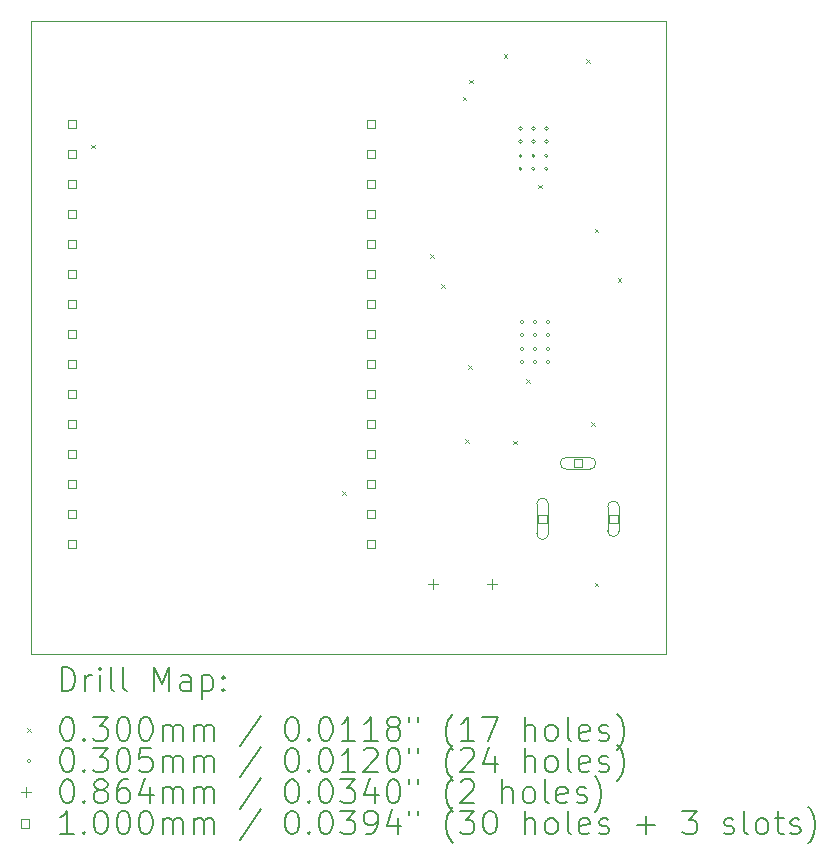
<source format=gbr>
%TF.GenerationSoftware,KiCad,Pcbnew,8.0.5*%
%TF.CreationDate,2025-03-07T15:27:17-05:00*%
%TF.ProjectId,TrainTrackerTest,54726169-6e54-4726-9163-6b6572546573,rev?*%
%TF.SameCoordinates,Original*%
%TF.FileFunction,Drillmap*%
%TF.FilePolarity,Positive*%
%FSLAX45Y45*%
G04 Gerber Fmt 4.5, Leading zero omitted, Abs format (unit mm)*
G04 Created by KiCad (PCBNEW 8.0.5) date 2025-03-07 15:27:17*
%MOMM*%
%LPD*%
G01*
G04 APERTURE LIST*
%ADD10C,0.050000*%
%ADD11C,0.200000*%
%ADD12C,0.100000*%
G04 APERTURE END LIST*
D10*
X6787000Y-5136000D02*
X12162000Y-5136000D01*
X12162000Y-10497820D01*
X6787000Y-10497820D01*
X6787000Y-5136000D01*
D11*
D12*
X7298000Y-6186000D02*
X7328000Y-6216000D01*
X7328000Y-6186000D02*
X7298000Y-6216000D01*
X9423640Y-9118840D02*
X9453640Y-9148840D01*
X9453640Y-9118840D02*
X9423640Y-9148840D01*
X10165320Y-7115222D02*
X10195320Y-7145222D01*
X10195320Y-7115222D02*
X10165320Y-7145222D01*
X10260955Y-7365015D02*
X10290955Y-7395015D01*
X10290955Y-7365015D02*
X10260955Y-7395015D01*
X10441912Y-5780041D02*
X10471912Y-5810041D01*
X10471912Y-5780041D02*
X10441912Y-5810041D01*
X10462000Y-8680000D02*
X10492000Y-8710000D01*
X10492000Y-8680000D02*
X10462000Y-8710000D01*
X10490440Y-8054580D02*
X10520440Y-8084580D01*
X10520440Y-8054580D02*
X10490440Y-8084580D01*
X10498060Y-5633960D02*
X10528060Y-5663960D01*
X10528060Y-5633960D02*
X10498060Y-5663960D01*
X10790160Y-5418060D02*
X10820160Y-5448060D01*
X10820160Y-5418060D02*
X10790160Y-5448060D01*
X10869000Y-8693000D02*
X10899000Y-8723000D01*
X10899000Y-8693000D02*
X10869000Y-8723000D01*
X10981000Y-8172000D02*
X11011000Y-8202000D01*
X11011000Y-8172000D02*
X10981000Y-8202000D01*
X11081380Y-6525500D02*
X11111380Y-6555500D01*
X11111380Y-6525500D02*
X11081380Y-6555500D01*
X11488660Y-5463780D02*
X11518660Y-5493780D01*
X11518660Y-5463780D02*
X11488660Y-5493780D01*
X11532000Y-8534000D02*
X11562000Y-8564000D01*
X11562000Y-8534000D02*
X11532000Y-8564000D01*
X11559780Y-6898880D02*
X11589780Y-6928880D01*
X11589780Y-6898880D02*
X11559780Y-6928880D01*
X11560000Y-9896000D02*
X11590000Y-9926000D01*
X11590000Y-9896000D02*
X11560000Y-9926000D01*
X11754000Y-7315000D02*
X11784000Y-7345000D01*
X11784000Y-7315000D02*
X11754000Y-7345000D01*
X10946612Y-6050040D02*
G75*
G02*
X10916132Y-6050040I-15240J0D01*
G01*
X10916132Y-6050040D02*
G75*
G02*
X10946612Y-6050040I15240J0D01*
G01*
X10946612Y-6160040D02*
G75*
G02*
X10916132Y-6160040I-15240J0D01*
G01*
X10916132Y-6160040D02*
G75*
G02*
X10946612Y-6160040I15240J0D01*
G01*
X10946612Y-6280040D02*
G75*
G02*
X10916132Y-6280040I-15240J0D01*
G01*
X10916132Y-6280040D02*
G75*
G02*
X10946612Y-6280040I15240J0D01*
G01*
X10946612Y-6390040D02*
G75*
G02*
X10916132Y-6390040I-15240J0D01*
G01*
X10916132Y-6390040D02*
G75*
G02*
X10946612Y-6390040I15240J0D01*
G01*
X10959304Y-7685220D02*
G75*
G02*
X10928824Y-7685220I-15240J0D01*
G01*
X10928824Y-7685220D02*
G75*
G02*
X10959304Y-7685220I15240J0D01*
G01*
X10959304Y-7795220D02*
G75*
G02*
X10928824Y-7795220I-15240J0D01*
G01*
X10928824Y-7795220D02*
G75*
G02*
X10959304Y-7795220I15240J0D01*
G01*
X10959304Y-7915220D02*
G75*
G02*
X10928824Y-7915220I-15240J0D01*
G01*
X10928824Y-7915220D02*
G75*
G02*
X10959304Y-7915220I15240J0D01*
G01*
X10959304Y-8025220D02*
G75*
G02*
X10928824Y-8025220I-15240J0D01*
G01*
X10928824Y-8025220D02*
G75*
G02*
X10959304Y-8025220I15240J0D01*
G01*
X11056612Y-6050040D02*
G75*
G02*
X11026132Y-6050040I-15240J0D01*
G01*
X11026132Y-6050040D02*
G75*
G02*
X11056612Y-6050040I15240J0D01*
G01*
X11056612Y-6160040D02*
G75*
G02*
X11026132Y-6160040I-15240J0D01*
G01*
X11026132Y-6160040D02*
G75*
G02*
X11056612Y-6160040I15240J0D01*
G01*
X11056612Y-6280040D02*
G75*
G02*
X11026132Y-6280040I-15240J0D01*
G01*
X11026132Y-6280040D02*
G75*
G02*
X11056612Y-6280040I15240J0D01*
G01*
X11056612Y-6390040D02*
G75*
G02*
X11026132Y-6390040I-15240J0D01*
G01*
X11026132Y-6390040D02*
G75*
G02*
X11056612Y-6390040I15240J0D01*
G01*
X11069304Y-7685220D02*
G75*
G02*
X11038824Y-7685220I-15240J0D01*
G01*
X11038824Y-7685220D02*
G75*
G02*
X11069304Y-7685220I15240J0D01*
G01*
X11069304Y-7795220D02*
G75*
G02*
X11038824Y-7795220I-15240J0D01*
G01*
X11038824Y-7795220D02*
G75*
G02*
X11069304Y-7795220I15240J0D01*
G01*
X11069304Y-7915220D02*
G75*
G02*
X11038824Y-7915220I-15240J0D01*
G01*
X11038824Y-7915220D02*
G75*
G02*
X11069304Y-7915220I15240J0D01*
G01*
X11069304Y-8025220D02*
G75*
G02*
X11038824Y-8025220I-15240J0D01*
G01*
X11038824Y-8025220D02*
G75*
G02*
X11069304Y-8025220I15240J0D01*
G01*
X11166612Y-6050040D02*
G75*
G02*
X11136132Y-6050040I-15240J0D01*
G01*
X11136132Y-6050040D02*
G75*
G02*
X11166612Y-6050040I15240J0D01*
G01*
X11166612Y-6160040D02*
G75*
G02*
X11136132Y-6160040I-15240J0D01*
G01*
X11136132Y-6160040D02*
G75*
G02*
X11166612Y-6160040I15240J0D01*
G01*
X11166612Y-6280040D02*
G75*
G02*
X11136132Y-6280040I-15240J0D01*
G01*
X11136132Y-6280040D02*
G75*
G02*
X11166612Y-6280040I15240J0D01*
G01*
X11166612Y-6390040D02*
G75*
G02*
X11136132Y-6390040I-15240J0D01*
G01*
X11136132Y-6390040D02*
G75*
G02*
X11166612Y-6390040I15240J0D01*
G01*
X11179304Y-7685220D02*
G75*
G02*
X11148824Y-7685220I-15240J0D01*
G01*
X11148824Y-7685220D02*
G75*
G02*
X11179304Y-7685220I15240J0D01*
G01*
X11179304Y-7795220D02*
G75*
G02*
X11148824Y-7795220I-15240J0D01*
G01*
X11148824Y-7795220D02*
G75*
G02*
X11179304Y-7795220I15240J0D01*
G01*
X11179304Y-7915220D02*
G75*
G02*
X11148824Y-7915220I-15240J0D01*
G01*
X11148824Y-7915220D02*
G75*
G02*
X11179304Y-7915220I15240J0D01*
G01*
X11179304Y-8025220D02*
G75*
G02*
X11148824Y-8025220I-15240J0D01*
G01*
X11148824Y-8025220D02*
G75*
G02*
X11179304Y-8025220I15240J0D01*
G01*
X10187485Y-9858820D02*
X10187485Y-9945180D01*
X10144305Y-9902000D02*
X10230665Y-9902000D01*
X10687865Y-9858820D02*
X10687865Y-9945180D01*
X10644685Y-9902000D02*
X10731045Y-9902000D01*
X7166816Y-6044996D02*
X7166816Y-5974284D01*
X7096104Y-5974284D01*
X7096104Y-6044996D01*
X7166816Y-6044996D01*
X7166816Y-6298996D02*
X7166816Y-6228284D01*
X7096104Y-6228284D01*
X7096104Y-6298996D01*
X7166816Y-6298996D01*
X7166816Y-6552996D02*
X7166816Y-6482284D01*
X7096104Y-6482284D01*
X7096104Y-6552996D01*
X7166816Y-6552996D01*
X7166816Y-6806996D02*
X7166816Y-6736284D01*
X7096104Y-6736284D01*
X7096104Y-6806996D01*
X7166816Y-6806996D01*
X7166816Y-7060996D02*
X7166816Y-6990284D01*
X7096104Y-6990284D01*
X7096104Y-7060996D01*
X7166816Y-7060996D01*
X7166816Y-7314996D02*
X7166816Y-7244284D01*
X7096104Y-7244284D01*
X7096104Y-7314996D01*
X7166816Y-7314996D01*
X7166816Y-7568996D02*
X7166816Y-7498284D01*
X7096104Y-7498284D01*
X7096104Y-7568996D01*
X7166816Y-7568996D01*
X7166816Y-7822996D02*
X7166816Y-7752284D01*
X7096104Y-7752284D01*
X7096104Y-7822996D01*
X7166816Y-7822996D01*
X7166816Y-8076996D02*
X7166816Y-8006284D01*
X7096104Y-8006284D01*
X7096104Y-8076996D01*
X7166816Y-8076996D01*
X7166816Y-8330996D02*
X7166816Y-8260284D01*
X7096104Y-8260284D01*
X7096104Y-8330996D01*
X7166816Y-8330996D01*
X7166816Y-8584996D02*
X7166816Y-8514284D01*
X7096104Y-8514284D01*
X7096104Y-8584996D01*
X7166816Y-8584996D01*
X7166816Y-8838996D02*
X7166816Y-8768284D01*
X7096104Y-8768284D01*
X7096104Y-8838996D01*
X7166816Y-8838996D01*
X7166816Y-9092996D02*
X7166816Y-9022284D01*
X7096104Y-9022284D01*
X7096104Y-9092996D01*
X7166816Y-9092996D01*
X7166816Y-9346996D02*
X7166816Y-9276284D01*
X7096104Y-9276284D01*
X7096104Y-9346996D01*
X7166816Y-9346996D01*
X7166816Y-9600996D02*
X7166816Y-9530284D01*
X7096104Y-9530284D01*
X7096104Y-9600996D01*
X7166816Y-9600996D01*
X9699816Y-6044996D02*
X9699816Y-5974284D01*
X9629104Y-5974284D01*
X9629104Y-6044996D01*
X9699816Y-6044996D01*
X9699816Y-6298996D02*
X9699816Y-6228284D01*
X9629104Y-6228284D01*
X9629104Y-6298996D01*
X9699816Y-6298996D01*
X9699816Y-6552996D02*
X9699816Y-6482284D01*
X9629104Y-6482284D01*
X9629104Y-6552996D01*
X9699816Y-6552996D01*
X9699816Y-6806996D02*
X9699816Y-6736284D01*
X9629104Y-6736284D01*
X9629104Y-6806996D01*
X9699816Y-6806996D01*
X9699816Y-7060996D02*
X9699816Y-6990284D01*
X9629104Y-6990284D01*
X9629104Y-7060996D01*
X9699816Y-7060996D01*
X9699816Y-7314996D02*
X9699816Y-7244284D01*
X9629104Y-7244284D01*
X9629104Y-7314996D01*
X9699816Y-7314996D01*
X9699816Y-7568996D02*
X9699816Y-7498284D01*
X9629104Y-7498284D01*
X9629104Y-7568996D01*
X9699816Y-7568996D01*
X9699816Y-7822996D02*
X9699816Y-7752284D01*
X9629104Y-7752284D01*
X9629104Y-7822996D01*
X9699816Y-7822996D01*
X9699816Y-8076996D02*
X9699816Y-8006284D01*
X9629104Y-8006284D01*
X9629104Y-8076996D01*
X9699816Y-8076996D01*
X9699816Y-8330996D02*
X9699816Y-8260284D01*
X9629104Y-8260284D01*
X9629104Y-8330996D01*
X9699816Y-8330996D01*
X9699816Y-8584996D02*
X9699816Y-8514284D01*
X9629104Y-8514284D01*
X9629104Y-8584996D01*
X9699816Y-8584996D01*
X9699816Y-8838996D02*
X9699816Y-8768284D01*
X9629104Y-8768284D01*
X9629104Y-8838996D01*
X9699816Y-8838996D01*
X9699816Y-9092996D02*
X9699816Y-9022284D01*
X9629104Y-9022284D01*
X9629104Y-9092996D01*
X9699816Y-9092996D01*
X9699816Y-9346996D02*
X9699816Y-9276284D01*
X9629104Y-9276284D01*
X9629104Y-9346996D01*
X9699816Y-9346996D01*
X9699816Y-9600996D02*
X9699816Y-9530284D01*
X9629104Y-9530284D01*
X9629104Y-9600996D01*
X9699816Y-9600996D01*
X11153356Y-9388356D02*
X11153356Y-9317644D01*
X11082644Y-9317644D01*
X11082644Y-9388356D01*
X11153356Y-9388356D01*
X11068000Y-9228000D02*
X11068000Y-9478000D01*
X11168000Y-9478000D02*
G75*
G02*
X11068000Y-9478000I-50000J0D01*
G01*
X11168000Y-9478000D02*
X11168000Y-9228000D01*
X11168000Y-9228000D02*
G75*
G03*
X11068000Y-9228000I-50000J0D01*
G01*
X11453356Y-8918356D02*
X11453356Y-8847644D01*
X11382644Y-8847644D01*
X11382644Y-8918356D01*
X11453356Y-8918356D01*
X11318000Y-8933000D02*
X11518000Y-8933000D01*
X11518000Y-8833000D02*
G75*
G02*
X11518000Y-8933000I0J-50000D01*
G01*
X11518000Y-8833000D02*
X11318000Y-8833000D01*
X11318000Y-8833000D02*
G75*
G03*
X11318000Y-8933000I0J-50000D01*
G01*
X11753356Y-9388356D02*
X11753356Y-9317644D01*
X11682644Y-9317644D01*
X11682644Y-9388356D01*
X11753356Y-9388356D01*
X11668000Y-9253000D02*
X11668000Y-9453000D01*
X11768000Y-9453000D02*
G75*
G02*
X11668000Y-9453000I-50000J0D01*
G01*
X11768000Y-9453000D02*
X11768000Y-9253000D01*
X11768000Y-9253000D02*
G75*
G03*
X11668000Y-9253000I-50000J0D01*
G01*
D11*
X7045277Y-10811804D02*
X7045277Y-10611804D01*
X7045277Y-10611804D02*
X7092896Y-10611804D01*
X7092896Y-10611804D02*
X7121467Y-10621328D01*
X7121467Y-10621328D02*
X7140515Y-10640375D01*
X7140515Y-10640375D02*
X7150039Y-10659423D01*
X7150039Y-10659423D02*
X7159562Y-10697518D01*
X7159562Y-10697518D02*
X7159562Y-10726090D01*
X7159562Y-10726090D02*
X7150039Y-10764185D01*
X7150039Y-10764185D02*
X7140515Y-10783232D01*
X7140515Y-10783232D02*
X7121467Y-10802280D01*
X7121467Y-10802280D02*
X7092896Y-10811804D01*
X7092896Y-10811804D02*
X7045277Y-10811804D01*
X7245277Y-10811804D02*
X7245277Y-10678470D01*
X7245277Y-10716566D02*
X7254801Y-10697518D01*
X7254801Y-10697518D02*
X7264324Y-10687994D01*
X7264324Y-10687994D02*
X7283372Y-10678470D01*
X7283372Y-10678470D02*
X7302420Y-10678470D01*
X7369086Y-10811804D02*
X7369086Y-10678470D01*
X7369086Y-10611804D02*
X7359562Y-10621328D01*
X7359562Y-10621328D02*
X7369086Y-10630851D01*
X7369086Y-10630851D02*
X7378610Y-10621328D01*
X7378610Y-10621328D02*
X7369086Y-10611804D01*
X7369086Y-10611804D02*
X7369086Y-10630851D01*
X7492896Y-10811804D02*
X7473848Y-10802280D01*
X7473848Y-10802280D02*
X7464324Y-10783232D01*
X7464324Y-10783232D02*
X7464324Y-10611804D01*
X7597658Y-10811804D02*
X7578610Y-10802280D01*
X7578610Y-10802280D02*
X7569086Y-10783232D01*
X7569086Y-10783232D02*
X7569086Y-10611804D01*
X7826229Y-10811804D02*
X7826229Y-10611804D01*
X7826229Y-10611804D02*
X7892896Y-10754661D01*
X7892896Y-10754661D02*
X7959562Y-10611804D01*
X7959562Y-10611804D02*
X7959562Y-10811804D01*
X8140515Y-10811804D02*
X8140515Y-10707042D01*
X8140515Y-10707042D02*
X8130991Y-10687994D01*
X8130991Y-10687994D02*
X8111943Y-10678470D01*
X8111943Y-10678470D02*
X8073848Y-10678470D01*
X8073848Y-10678470D02*
X8054801Y-10687994D01*
X8140515Y-10802280D02*
X8121467Y-10811804D01*
X8121467Y-10811804D02*
X8073848Y-10811804D01*
X8073848Y-10811804D02*
X8054801Y-10802280D01*
X8054801Y-10802280D02*
X8045277Y-10783232D01*
X8045277Y-10783232D02*
X8045277Y-10764185D01*
X8045277Y-10764185D02*
X8054801Y-10745137D01*
X8054801Y-10745137D02*
X8073848Y-10735613D01*
X8073848Y-10735613D02*
X8121467Y-10735613D01*
X8121467Y-10735613D02*
X8140515Y-10726090D01*
X8235753Y-10678470D02*
X8235753Y-10878470D01*
X8235753Y-10687994D02*
X8254801Y-10678470D01*
X8254801Y-10678470D02*
X8292896Y-10678470D01*
X8292896Y-10678470D02*
X8311943Y-10687994D01*
X8311943Y-10687994D02*
X8321467Y-10697518D01*
X8321467Y-10697518D02*
X8330991Y-10716566D01*
X8330991Y-10716566D02*
X8330991Y-10773709D01*
X8330991Y-10773709D02*
X8321467Y-10792756D01*
X8321467Y-10792756D02*
X8311943Y-10802280D01*
X8311943Y-10802280D02*
X8292896Y-10811804D01*
X8292896Y-10811804D02*
X8254801Y-10811804D01*
X8254801Y-10811804D02*
X8235753Y-10802280D01*
X8416705Y-10792756D02*
X8426229Y-10802280D01*
X8426229Y-10802280D02*
X8416705Y-10811804D01*
X8416705Y-10811804D02*
X8407182Y-10802280D01*
X8407182Y-10802280D02*
X8416705Y-10792756D01*
X8416705Y-10792756D02*
X8416705Y-10811804D01*
X8416705Y-10687994D02*
X8426229Y-10697518D01*
X8426229Y-10697518D02*
X8416705Y-10707042D01*
X8416705Y-10707042D02*
X8407182Y-10697518D01*
X8407182Y-10697518D02*
X8416705Y-10687994D01*
X8416705Y-10687994D02*
X8416705Y-10707042D01*
D12*
X6754500Y-11125320D02*
X6784500Y-11155320D01*
X6784500Y-11125320D02*
X6754500Y-11155320D01*
D11*
X7083372Y-11031804D02*
X7102420Y-11031804D01*
X7102420Y-11031804D02*
X7121467Y-11041328D01*
X7121467Y-11041328D02*
X7130991Y-11050851D01*
X7130991Y-11050851D02*
X7140515Y-11069899D01*
X7140515Y-11069899D02*
X7150039Y-11107994D01*
X7150039Y-11107994D02*
X7150039Y-11155613D01*
X7150039Y-11155613D02*
X7140515Y-11193708D01*
X7140515Y-11193708D02*
X7130991Y-11212756D01*
X7130991Y-11212756D02*
X7121467Y-11222280D01*
X7121467Y-11222280D02*
X7102420Y-11231804D01*
X7102420Y-11231804D02*
X7083372Y-11231804D01*
X7083372Y-11231804D02*
X7064324Y-11222280D01*
X7064324Y-11222280D02*
X7054801Y-11212756D01*
X7054801Y-11212756D02*
X7045277Y-11193708D01*
X7045277Y-11193708D02*
X7035753Y-11155613D01*
X7035753Y-11155613D02*
X7035753Y-11107994D01*
X7035753Y-11107994D02*
X7045277Y-11069899D01*
X7045277Y-11069899D02*
X7054801Y-11050851D01*
X7054801Y-11050851D02*
X7064324Y-11041328D01*
X7064324Y-11041328D02*
X7083372Y-11031804D01*
X7235753Y-11212756D02*
X7245277Y-11222280D01*
X7245277Y-11222280D02*
X7235753Y-11231804D01*
X7235753Y-11231804D02*
X7226229Y-11222280D01*
X7226229Y-11222280D02*
X7235753Y-11212756D01*
X7235753Y-11212756D02*
X7235753Y-11231804D01*
X7311943Y-11031804D02*
X7435753Y-11031804D01*
X7435753Y-11031804D02*
X7369086Y-11107994D01*
X7369086Y-11107994D02*
X7397658Y-11107994D01*
X7397658Y-11107994D02*
X7416705Y-11117518D01*
X7416705Y-11117518D02*
X7426229Y-11127042D01*
X7426229Y-11127042D02*
X7435753Y-11146090D01*
X7435753Y-11146090D02*
X7435753Y-11193708D01*
X7435753Y-11193708D02*
X7426229Y-11212756D01*
X7426229Y-11212756D02*
X7416705Y-11222280D01*
X7416705Y-11222280D02*
X7397658Y-11231804D01*
X7397658Y-11231804D02*
X7340515Y-11231804D01*
X7340515Y-11231804D02*
X7321467Y-11222280D01*
X7321467Y-11222280D02*
X7311943Y-11212756D01*
X7559562Y-11031804D02*
X7578610Y-11031804D01*
X7578610Y-11031804D02*
X7597658Y-11041328D01*
X7597658Y-11041328D02*
X7607182Y-11050851D01*
X7607182Y-11050851D02*
X7616705Y-11069899D01*
X7616705Y-11069899D02*
X7626229Y-11107994D01*
X7626229Y-11107994D02*
X7626229Y-11155613D01*
X7626229Y-11155613D02*
X7616705Y-11193708D01*
X7616705Y-11193708D02*
X7607182Y-11212756D01*
X7607182Y-11212756D02*
X7597658Y-11222280D01*
X7597658Y-11222280D02*
X7578610Y-11231804D01*
X7578610Y-11231804D02*
X7559562Y-11231804D01*
X7559562Y-11231804D02*
X7540515Y-11222280D01*
X7540515Y-11222280D02*
X7530991Y-11212756D01*
X7530991Y-11212756D02*
X7521467Y-11193708D01*
X7521467Y-11193708D02*
X7511943Y-11155613D01*
X7511943Y-11155613D02*
X7511943Y-11107994D01*
X7511943Y-11107994D02*
X7521467Y-11069899D01*
X7521467Y-11069899D02*
X7530991Y-11050851D01*
X7530991Y-11050851D02*
X7540515Y-11041328D01*
X7540515Y-11041328D02*
X7559562Y-11031804D01*
X7750039Y-11031804D02*
X7769086Y-11031804D01*
X7769086Y-11031804D02*
X7788134Y-11041328D01*
X7788134Y-11041328D02*
X7797658Y-11050851D01*
X7797658Y-11050851D02*
X7807182Y-11069899D01*
X7807182Y-11069899D02*
X7816705Y-11107994D01*
X7816705Y-11107994D02*
X7816705Y-11155613D01*
X7816705Y-11155613D02*
X7807182Y-11193708D01*
X7807182Y-11193708D02*
X7797658Y-11212756D01*
X7797658Y-11212756D02*
X7788134Y-11222280D01*
X7788134Y-11222280D02*
X7769086Y-11231804D01*
X7769086Y-11231804D02*
X7750039Y-11231804D01*
X7750039Y-11231804D02*
X7730991Y-11222280D01*
X7730991Y-11222280D02*
X7721467Y-11212756D01*
X7721467Y-11212756D02*
X7711943Y-11193708D01*
X7711943Y-11193708D02*
X7702420Y-11155613D01*
X7702420Y-11155613D02*
X7702420Y-11107994D01*
X7702420Y-11107994D02*
X7711943Y-11069899D01*
X7711943Y-11069899D02*
X7721467Y-11050851D01*
X7721467Y-11050851D02*
X7730991Y-11041328D01*
X7730991Y-11041328D02*
X7750039Y-11031804D01*
X7902420Y-11231804D02*
X7902420Y-11098470D01*
X7902420Y-11117518D02*
X7911943Y-11107994D01*
X7911943Y-11107994D02*
X7930991Y-11098470D01*
X7930991Y-11098470D02*
X7959563Y-11098470D01*
X7959563Y-11098470D02*
X7978610Y-11107994D01*
X7978610Y-11107994D02*
X7988134Y-11127042D01*
X7988134Y-11127042D02*
X7988134Y-11231804D01*
X7988134Y-11127042D02*
X7997658Y-11107994D01*
X7997658Y-11107994D02*
X8016705Y-11098470D01*
X8016705Y-11098470D02*
X8045277Y-11098470D01*
X8045277Y-11098470D02*
X8064324Y-11107994D01*
X8064324Y-11107994D02*
X8073848Y-11127042D01*
X8073848Y-11127042D02*
X8073848Y-11231804D01*
X8169086Y-11231804D02*
X8169086Y-11098470D01*
X8169086Y-11117518D02*
X8178610Y-11107994D01*
X8178610Y-11107994D02*
X8197658Y-11098470D01*
X8197658Y-11098470D02*
X8226229Y-11098470D01*
X8226229Y-11098470D02*
X8245277Y-11107994D01*
X8245277Y-11107994D02*
X8254801Y-11127042D01*
X8254801Y-11127042D02*
X8254801Y-11231804D01*
X8254801Y-11127042D02*
X8264324Y-11107994D01*
X8264324Y-11107994D02*
X8283372Y-11098470D01*
X8283372Y-11098470D02*
X8311943Y-11098470D01*
X8311943Y-11098470D02*
X8330991Y-11107994D01*
X8330991Y-11107994D02*
X8340515Y-11127042D01*
X8340515Y-11127042D02*
X8340515Y-11231804D01*
X8730991Y-11022280D02*
X8559563Y-11279423D01*
X8988134Y-11031804D02*
X9007182Y-11031804D01*
X9007182Y-11031804D02*
X9026229Y-11041328D01*
X9026229Y-11041328D02*
X9035753Y-11050851D01*
X9035753Y-11050851D02*
X9045277Y-11069899D01*
X9045277Y-11069899D02*
X9054801Y-11107994D01*
X9054801Y-11107994D02*
X9054801Y-11155613D01*
X9054801Y-11155613D02*
X9045277Y-11193708D01*
X9045277Y-11193708D02*
X9035753Y-11212756D01*
X9035753Y-11212756D02*
X9026229Y-11222280D01*
X9026229Y-11222280D02*
X9007182Y-11231804D01*
X9007182Y-11231804D02*
X8988134Y-11231804D01*
X8988134Y-11231804D02*
X8969087Y-11222280D01*
X8969087Y-11222280D02*
X8959563Y-11212756D01*
X8959563Y-11212756D02*
X8950039Y-11193708D01*
X8950039Y-11193708D02*
X8940515Y-11155613D01*
X8940515Y-11155613D02*
X8940515Y-11107994D01*
X8940515Y-11107994D02*
X8950039Y-11069899D01*
X8950039Y-11069899D02*
X8959563Y-11050851D01*
X8959563Y-11050851D02*
X8969087Y-11041328D01*
X8969087Y-11041328D02*
X8988134Y-11031804D01*
X9140515Y-11212756D02*
X9150039Y-11222280D01*
X9150039Y-11222280D02*
X9140515Y-11231804D01*
X9140515Y-11231804D02*
X9130991Y-11222280D01*
X9130991Y-11222280D02*
X9140515Y-11212756D01*
X9140515Y-11212756D02*
X9140515Y-11231804D01*
X9273848Y-11031804D02*
X9292896Y-11031804D01*
X9292896Y-11031804D02*
X9311944Y-11041328D01*
X9311944Y-11041328D02*
X9321468Y-11050851D01*
X9321468Y-11050851D02*
X9330991Y-11069899D01*
X9330991Y-11069899D02*
X9340515Y-11107994D01*
X9340515Y-11107994D02*
X9340515Y-11155613D01*
X9340515Y-11155613D02*
X9330991Y-11193708D01*
X9330991Y-11193708D02*
X9321468Y-11212756D01*
X9321468Y-11212756D02*
X9311944Y-11222280D01*
X9311944Y-11222280D02*
X9292896Y-11231804D01*
X9292896Y-11231804D02*
X9273848Y-11231804D01*
X9273848Y-11231804D02*
X9254801Y-11222280D01*
X9254801Y-11222280D02*
X9245277Y-11212756D01*
X9245277Y-11212756D02*
X9235753Y-11193708D01*
X9235753Y-11193708D02*
X9226229Y-11155613D01*
X9226229Y-11155613D02*
X9226229Y-11107994D01*
X9226229Y-11107994D02*
X9235753Y-11069899D01*
X9235753Y-11069899D02*
X9245277Y-11050851D01*
X9245277Y-11050851D02*
X9254801Y-11041328D01*
X9254801Y-11041328D02*
X9273848Y-11031804D01*
X9530991Y-11231804D02*
X9416706Y-11231804D01*
X9473848Y-11231804D02*
X9473848Y-11031804D01*
X9473848Y-11031804D02*
X9454801Y-11060375D01*
X9454801Y-11060375D02*
X9435753Y-11079423D01*
X9435753Y-11079423D02*
X9416706Y-11088947D01*
X9721468Y-11231804D02*
X9607182Y-11231804D01*
X9664325Y-11231804D02*
X9664325Y-11031804D01*
X9664325Y-11031804D02*
X9645277Y-11060375D01*
X9645277Y-11060375D02*
X9626229Y-11079423D01*
X9626229Y-11079423D02*
X9607182Y-11088947D01*
X9835753Y-11117518D02*
X9816706Y-11107994D01*
X9816706Y-11107994D02*
X9807182Y-11098470D01*
X9807182Y-11098470D02*
X9797658Y-11079423D01*
X9797658Y-11079423D02*
X9797658Y-11069899D01*
X9797658Y-11069899D02*
X9807182Y-11050851D01*
X9807182Y-11050851D02*
X9816706Y-11041328D01*
X9816706Y-11041328D02*
X9835753Y-11031804D01*
X9835753Y-11031804D02*
X9873849Y-11031804D01*
X9873849Y-11031804D02*
X9892896Y-11041328D01*
X9892896Y-11041328D02*
X9902420Y-11050851D01*
X9902420Y-11050851D02*
X9911944Y-11069899D01*
X9911944Y-11069899D02*
X9911944Y-11079423D01*
X9911944Y-11079423D02*
X9902420Y-11098470D01*
X9902420Y-11098470D02*
X9892896Y-11107994D01*
X9892896Y-11107994D02*
X9873849Y-11117518D01*
X9873849Y-11117518D02*
X9835753Y-11117518D01*
X9835753Y-11117518D02*
X9816706Y-11127042D01*
X9816706Y-11127042D02*
X9807182Y-11136566D01*
X9807182Y-11136566D02*
X9797658Y-11155613D01*
X9797658Y-11155613D02*
X9797658Y-11193708D01*
X9797658Y-11193708D02*
X9807182Y-11212756D01*
X9807182Y-11212756D02*
X9816706Y-11222280D01*
X9816706Y-11222280D02*
X9835753Y-11231804D01*
X9835753Y-11231804D02*
X9873849Y-11231804D01*
X9873849Y-11231804D02*
X9892896Y-11222280D01*
X9892896Y-11222280D02*
X9902420Y-11212756D01*
X9902420Y-11212756D02*
X9911944Y-11193708D01*
X9911944Y-11193708D02*
X9911944Y-11155613D01*
X9911944Y-11155613D02*
X9902420Y-11136566D01*
X9902420Y-11136566D02*
X9892896Y-11127042D01*
X9892896Y-11127042D02*
X9873849Y-11117518D01*
X9988134Y-11031804D02*
X9988134Y-11069899D01*
X10064325Y-11031804D02*
X10064325Y-11069899D01*
X10359563Y-11307994D02*
X10350039Y-11298470D01*
X10350039Y-11298470D02*
X10330991Y-11269899D01*
X10330991Y-11269899D02*
X10321468Y-11250851D01*
X10321468Y-11250851D02*
X10311944Y-11222280D01*
X10311944Y-11222280D02*
X10302420Y-11174661D01*
X10302420Y-11174661D02*
X10302420Y-11136566D01*
X10302420Y-11136566D02*
X10311944Y-11088947D01*
X10311944Y-11088947D02*
X10321468Y-11060375D01*
X10321468Y-11060375D02*
X10330991Y-11041328D01*
X10330991Y-11041328D02*
X10350039Y-11012756D01*
X10350039Y-11012756D02*
X10359563Y-11003232D01*
X10540515Y-11231804D02*
X10426230Y-11231804D01*
X10483372Y-11231804D02*
X10483372Y-11031804D01*
X10483372Y-11031804D02*
X10464325Y-11060375D01*
X10464325Y-11060375D02*
X10445277Y-11079423D01*
X10445277Y-11079423D02*
X10426230Y-11088947D01*
X10607182Y-11031804D02*
X10740515Y-11031804D01*
X10740515Y-11031804D02*
X10654801Y-11231804D01*
X10969087Y-11231804D02*
X10969087Y-11031804D01*
X11054801Y-11231804D02*
X11054801Y-11127042D01*
X11054801Y-11127042D02*
X11045277Y-11107994D01*
X11045277Y-11107994D02*
X11026230Y-11098470D01*
X11026230Y-11098470D02*
X10997658Y-11098470D01*
X10997658Y-11098470D02*
X10978611Y-11107994D01*
X10978611Y-11107994D02*
X10969087Y-11117518D01*
X11178611Y-11231804D02*
X11159563Y-11222280D01*
X11159563Y-11222280D02*
X11150039Y-11212756D01*
X11150039Y-11212756D02*
X11140515Y-11193708D01*
X11140515Y-11193708D02*
X11140515Y-11136566D01*
X11140515Y-11136566D02*
X11150039Y-11117518D01*
X11150039Y-11117518D02*
X11159563Y-11107994D01*
X11159563Y-11107994D02*
X11178611Y-11098470D01*
X11178611Y-11098470D02*
X11207182Y-11098470D01*
X11207182Y-11098470D02*
X11226230Y-11107994D01*
X11226230Y-11107994D02*
X11235753Y-11117518D01*
X11235753Y-11117518D02*
X11245277Y-11136566D01*
X11245277Y-11136566D02*
X11245277Y-11193708D01*
X11245277Y-11193708D02*
X11235753Y-11212756D01*
X11235753Y-11212756D02*
X11226230Y-11222280D01*
X11226230Y-11222280D02*
X11207182Y-11231804D01*
X11207182Y-11231804D02*
X11178611Y-11231804D01*
X11359563Y-11231804D02*
X11340515Y-11222280D01*
X11340515Y-11222280D02*
X11330991Y-11203232D01*
X11330991Y-11203232D02*
X11330991Y-11031804D01*
X11511944Y-11222280D02*
X11492896Y-11231804D01*
X11492896Y-11231804D02*
X11454801Y-11231804D01*
X11454801Y-11231804D02*
X11435753Y-11222280D01*
X11435753Y-11222280D02*
X11426230Y-11203232D01*
X11426230Y-11203232D02*
X11426230Y-11127042D01*
X11426230Y-11127042D02*
X11435753Y-11107994D01*
X11435753Y-11107994D02*
X11454801Y-11098470D01*
X11454801Y-11098470D02*
X11492896Y-11098470D01*
X11492896Y-11098470D02*
X11511944Y-11107994D01*
X11511944Y-11107994D02*
X11521468Y-11127042D01*
X11521468Y-11127042D02*
X11521468Y-11146090D01*
X11521468Y-11146090D02*
X11426230Y-11165137D01*
X11597658Y-11222280D02*
X11616706Y-11231804D01*
X11616706Y-11231804D02*
X11654801Y-11231804D01*
X11654801Y-11231804D02*
X11673849Y-11222280D01*
X11673849Y-11222280D02*
X11683372Y-11203232D01*
X11683372Y-11203232D02*
X11683372Y-11193708D01*
X11683372Y-11193708D02*
X11673849Y-11174661D01*
X11673849Y-11174661D02*
X11654801Y-11165137D01*
X11654801Y-11165137D02*
X11626230Y-11165137D01*
X11626230Y-11165137D02*
X11607182Y-11155613D01*
X11607182Y-11155613D02*
X11597658Y-11136566D01*
X11597658Y-11136566D02*
X11597658Y-11127042D01*
X11597658Y-11127042D02*
X11607182Y-11107994D01*
X11607182Y-11107994D02*
X11626230Y-11098470D01*
X11626230Y-11098470D02*
X11654801Y-11098470D01*
X11654801Y-11098470D02*
X11673849Y-11107994D01*
X11750039Y-11307994D02*
X11759563Y-11298470D01*
X11759563Y-11298470D02*
X11778611Y-11269899D01*
X11778611Y-11269899D02*
X11788134Y-11250851D01*
X11788134Y-11250851D02*
X11797658Y-11222280D01*
X11797658Y-11222280D02*
X11807182Y-11174661D01*
X11807182Y-11174661D02*
X11807182Y-11136566D01*
X11807182Y-11136566D02*
X11797658Y-11088947D01*
X11797658Y-11088947D02*
X11788134Y-11060375D01*
X11788134Y-11060375D02*
X11778611Y-11041328D01*
X11778611Y-11041328D02*
X11759563Y-11012756D01*
X11759563Y-11012756D02*
X11750039Y-11003232D01*
D12*
X6784500Y-11404320D02*
G75*
G02*
X6754020Y-11404320I-15240J0D01*
G01*
X6754020Y-11404320D02*
G75*
G02*
X6784500Y-11404320I15240J0D01*
G01*
D11*
X7083372Y-11295804D02*
X7102420Y-11295804D01*
X7102420Y-11295804D02*
X7121467Y-11305328D01*
X7121467Y-11305328D02*
X7130991Y-11314851D01*
X7130991Y-11314851D02*
X7140515Y-11333899D01*
X7140515Y-11333899D02*
X7150039Y-11371994D01*
X7150039Y-11371994D02*
X7150039Y-11419613D01*
X7150039Y-11419613D02*
X7140515Y-11457708D01*
X7140515Y-11457708D02*
X7130991Y-11476756D01*
X7130991Y-11476756D02*
X7121467Y-11486280D01*
X7121467Y-11486280D02*
X7102420Y-11495804D01*
X7102420Y-11495804D02*
X7083372Y-11495804D01*
X7083372Y-11495804D02*
X7064324Y-11486280D01*
X7064324Y-11486280D02*
X7054801Y-11476756D01*
X7054801Y-11476756D02*
X7045277Y-11457708D01*
X7045277Y-11457708D02*
X7035753Y-11419613D01*
X7035753Y-11419613D02*
X7035753Y-11371994D01*
X7035753Y-11371994D02*
X7045277Y-11333899D01*
X7045277Y-11333899D02*
X7054801Y-11314851D01*
X7054801Y-11314851D02*
X7064324Y-11305328D01*
X7064324Y-11305328D02*
X7083372Y-11295804D01*
X7235753Y-11476756D02*
X7245277Y-11486280D01*
X7245277Y-11486280D02*
X7235753Y-11495804D01*
X7235753Y-11495804D02*
X7226229Y-11486280D01*
X7226229Y-11486280D02*
X7235753Y-11476756D01*
X7235753Y-11476756D02*
X7235753Y-11495804D01*
X7311943Y-11295804D02*
X7435753Y-11295804D01*
X7435753Y-11295804D02*
X7369086Y-11371994D01*
X7369086Y-11371994D02*
X7397658Y-11371994D01*
X7397658Y-11371994D02*
X7416705Y-11381518D01*
X7416705Y-11381518D02*
X7426229Y-11391042D01*
X7426229Y-11391042D02*
X7435753Y-11410089D01*
X7435753Y-11410089D02*
X7435753Y-11457708D01*
X7435753Y-11457708D02*
X7426229Y-11476756D01*
X7426229Y-11476756D02*
X7416705Y-11486280D01*
X7416705Y-11486280D02*
X7397658Y-11495804D01*
X7397658Y-11495804D02*
X7340515Y-11495804D01*
X7340515Y-11495804D02*
X7321467Y-11486280D01*
X7321467Y-11486280D02*
X7311943Y-11476756D01*
X7559562Y-11295804D02*
X7578610Y-11295804D01*
X7578610Y-11295804D02*
X7597658Y-11305328D01*
X7597658Y-11305328D02*
X7607182Y-11314851D01*
X7607182Y-11314851D02*
X7616705Y-11333899D01*
X7616705Y-11333899D02*
X7626229Y-11371994D01*
X7626229Y-11371994D02*
X7626229Y-11419613D01*
X7626229Y-11419613D02*
X7616705Y-11457708D01*
X7616705Y-11457708D02*
X7607182Y-11476756D01*
X7607182Y-11476756D02*
X7597658Y-11486280D01*
X7597658Y-11486280D02*
X7578610Y-11495804D01*
X7578610Y-11495804D02*
X7559562Y-11495804D01*
X7559562Y-11495804D02*
X7540515Y-11486280D01*
X7540515Y-11486280D02*
X7530991Y-11476756D01*
X7530991Y-11476756D02*
X7521467Y-11457708D01*
X7521467Y-11457708D02*
X7511943Y-11419613D01*
X7511943Y-11419613D02*
X7511943Y-11371994D01*
X7511943Y-11371994D02*
X7521467Y-11333899D01*
X7521467Y-11333899D02*
X7530991Y-11314851D01*
X7530991Y-11314851D02*
X7540515Y-11305328D01*
X7540515Y-11305328D02*
X7559562Y-11295804D01*
X7807182Y-11295804D02*
X7711943Y-11295804D01*
X7711943Y-11295804D02*
X7702420Y-11391042D01*
X7702420Y-11391042D02*
X7711943Y-11381518D01*
X7711943Y-11381518D02*
X7730991Y-11371994D01*
X7730991Y-11371994D02*
X7778610Y-11371994D01*
X7778610Y-11371994D02*
X7797658Y-11381518D01*
X7797658Y-11381518D02*
X7807182Y-11391042D01*
X7807182Y-11391042D02*
X7816705Y-11410089D01*
X7816705Y-11410089D02*
X7816705Y-11457708D01*
X7816705Y-11457708D02*
X7807182Y-11476756D01*
X7807182Y-11476756D02*
X7797658Y-11486280D01*
X7797658Y-11486280D02*
X7778610Y-11495804D01*
X7778610Y-11495804D02*
X7730991Y-11495804D01*
X7730991Y-11495804D02*
X7711943Y-11486280D01*
X7711943Y-11486280D02*
X7702420Y-11476756D01*
X7902420Y-11495804D02*
X7902420Y-11362470D01*
X7902420Y-11381518D02*
X7911943Y-11371994D01*
X7911943Y-11371994D02*
X7930991Y-11362470D01*
X7930991Y-11362470D02*
X7959563Y-11362470D01*
X7959563Y-11362470D02*
X7978610Y-11371994D01*
X7978610Y-11371994D02*
X7988134Y-11391042D01*
X7988134Y-11391042D02*
X7988134Y-11495804D01*
X7988134Y-11391042D02*
X7997658Y-11371994D01*
X7997658Y-11371994D02*
X8016705Y-11362470D01*
X8016705Y-11362470D02*
X8045277Y-11362470D01*
X8045277Y-11362470D02*
X8064324Y-11371994D01*
X8064324Y-11371994D02*
X8073848Y-11391042D01*
X8073848Y-11391042D02*
X8073848Y-11495804D01*
X8169086Y-11495804D02*
X8169086Y-11362470D01*
X8169086Y-11381518D02*
X8178610Y-11371994D01*
X8178610Y-11371994D02*
X8197658Y-11362470D01*
X8197658Y-11362470D02*
X8226229Y-11362470D01*
X8226229Y-11362470D02*
X8245277Y-11371994D01*
X8245277Y-11371994D02*
X8254801Y-11391042D01*
X8254801Y-11391042D02*
X8254801Y-11495804D01*
X8254801Y-11391042D02*
X8264324Y-11371994D01*
X8264324Y-11371994D02*
X8283372Y-11362470D01*
X8283372Y-11362470D02*
X8311943Y-11362470D01*
X8311943Y-11362470D02*
X8330991Y-11371994D01*
X8330991Y-11371994D02*
X8340515Y-11391042D01*
X8340515Y-11391042D02*
X8340515Y-11495804D01*
X8730991Y-11286280D02*
X8559563Y-11543423D01*
X8988134Y-11295804D02*
X9007182Y-11295804D01*
X9007182Y-11295804D02*
X9026229Y-11305328D01*
X9026229Y-11305328D02*
X9035753Y-11314851D01*
X9035753Y-11314851D02*
X9045277Y-11333899D01*
X9045277Y-11333899D02*
X9054801Y-11371994D01*
X9054801Y-11371994D02*
X9054801Y-11419613D01*
X9054801Y-11419613D02*
X9045277Y-11457708D01*
X9045277Y-11457708D02*
X9035753Y-11476756D01*
X9035753Y-11476756D02*
X9026229Y-11486280D01*
X9026229Y-11486280D02*
X9007182Y-11495804D01*
X9007182Y-11495804D02*
X8988134Y-11495804D01*
X8988134Y-11495804D02*
X8969087Y-11486280D01*
X8969087Y-11486280D02*
X8959563Y-11476756D01*
X8959563Y-11476756D02*
X8950039Y-11457708D01*
X8950039Y-11457708D02*
X8940515Y-11419613D01*
X8940515Y-11419613D02*
X8940515Y-11371994D01*
X8940515Y-11371994D02*
X8950039Y-11333899D01*
X8950039Y-11333899D02*
X8959563Y-11314851D01*
X8959563Y-11314851D02*
X8969087Y-11305328D01*
X8969087Y-11305328D02*
X8988134Y-11295804D01*
X9140515Y-11476756D02*
X9150039Y-11486280D01*
X9150039Y-11486280D02*
X9140515Y-11495804D01*
X9140515Y-11495804D02*
X9130991Y-11486280D01*
X9130991Y-11486280D02*
X9140515Y-11476756D01*
X9140515Y-11476756D02*
X9140515Y-11495804D01*
X9273848Y-11295804D02*
X9292896Y-11295804D01*
X9292896Y-11295804D02*
X9311944Y-11305328D01*
X9311944Y-11305328D02*
X9321468Y-11314851D01*
X9321468Y-11314851D02*
X9330991Y-11333899D01*
X9330991Y-11333899D02*
X9340515Y-11371994D01*
X9340515Y-11371994D02*
X9340515Y-11419613D01*
X9340515Y-11419613D02*
X9330991Y-11457708D01*
X9330991Y-11457708D02*
X9321468Y-11476756D01*
X9321468Y-11476756D02*
X9311944Y-11486280D01*
X9311944Y-11486280D02*
X9292896Y-11495804D01*
X9292896Y-11495804D02*
X9273848Y-11495804D01*
X9273848Y-11495804D02*
X9254801Y-11486280D01*
X9254801Y-11486280D02*
X9245277Y-11476756D01*
X9245277Y-11476756D02*
X9235753Y-11457708D01*
X9235753Y-11457708D02*
X9226229Y-11419613D01*
X9226229Y-11419613D02*
X9226229Y-11371994D01*
X9226229Y-11371994D02*
X9235753Y-11333899D01*
X9235753Y-11333899D02*
X9245277Y-11314851D01*
X9245277Y-11314851D02*
X9254801Y-11305328D01*
X9254801Y-11305328D02*
X9273848Y-11295804D01*
X9530991Y-11495804D02*
X9416706Y-11495804D01*
X9473848Y-11495804D02*
X9473848Y-11295804D01*
X9473848Y-11295804D02*
X9454801Y-11324375D01*
X9454801Y-11324375D02*
X9435753Y-11343423D01*
X9435753Y-11343423D02*
X9416706Y-11352947D01*
X9607182Y-11314851D02*
X9616706Y-11305328D01*
X9616706Y-11305328D02*
X9635753Y-11295804D01*
X9635753Y-11295804D02*
X9683372Y-11295804D01*
X9683372Y-11295804D02*
X9702420Y-11305328D01*
X9702420Y-11305328D02*
X9711944Y-11314851D01*
X9711944Y-11314851D02*
X9721468Y-11333899D01*
X9721468Y-11333899D02*
X9721468Y-11352947D01*
X9721468Y-11352947D02*
X9711944Y-11381518D01*
X9711944Y-11381518D02*
X9597658Y-11495804D01*
X9597658Y-11495804D02*
X9721468Y-11495804D01*
X9845277Y-11295804D02*
X9864325Y-11295804D01*
X9864325Y-11295804D02*
X9883372Y-11305328D01*
X9883372Y-11305328D02*
X9892896Y-11314851D01*
X9892896Y-11314851D02*
X9902420Y-11333899D01*
X9902420Y-11333899D02*
X9911944Y-11371994D01*
X9911944Y-11371994D02*
X9911944Y-11419613D01*
X9911944Y-11419613D02*
X9902420Y-11457708D01*
X9902420Y-11457708D02*
X9892896Y-11476756D01*
X9892896Y-11476756D02*
X9883372Y-11486280D01*
X9883372Y-11486280D02*
X9864325Y-11495804D01*
X9864325Y-11495804D02*
X9845277Y-11495804D01*
X9845277Y-11495804D02*
X9826229Y-11486280D01*
X9826229Y-11486280D02*
X9816706Y-11476756D01*
X9816706Y-11476756D02*
X9807182Y-11457708D01*
X9807182Y-11457708D02*
X9797658Y-11419613D01*
X9797658Y-11419613D02*
X9797658Y-11371994D01*
X9797658Y-11371994D02*
X9807182Y-11333899D01*
X9807182Y-11333899D02*
X9816706Y-11314851D01*
X9816706Y-11314851D02*
X9826229Y-11305328D01*
X9826229Y-11305328D02*
X9845277Y-11295804D01*
X9988134Y-11295804D02*
X9988134Y-11333899D01*
X10064325Y-11295804D02*
X10064325Y-11333899D01*
X10359563Y-11571994D02*
X10350039Y-11562470D01*
X10350039Y-11562470D02*
X10330991Y-11533899D01*
X10330991Y-11533899D02*
X10321468Y-11514851D01*
X10321468Y-11514851D02*
X10311944Y-11486280D01*
X10311944Y-11486280D02*
X10302420Y-11438661D01*
X10302420Y-11438661D02*
X10302420Y-11400566D01*
X10302420Y-11400566D02*
X10311944Y-11352947D01*
X10311944Y-11352947D02*
X10321468Y-11324375D01*
X10321468Y-11324375D02*
X10330991Y-11305328D01*
X10330991Y-11305328D02*
X10350039Y-11276756D01*
X10350039Y-11276756D02*
X10359563Y-11267232D01*
X10426230Y-11314851D02*
X10435753Y-11305328D01*
X10435753Y-11305328D02*
X10454801Y-11295804D01*
X10454801Y-11295804D02*
X10502420Y-11295804D01*
X10502420Y-11295804D02*
X10521468Y-11305328D01*
X10521468Y-11305328D02*
X10530991Y-11314851D01*
X10530991Y-11314851D02*
X10540515Y-11333899D01*
X10540515Y-11333899D02*
X10540515Y-11352947D01*
X10540515Y-11352947D02*
X10530991Y-11381518D01*
X10530991Y-11381518D02*
X10416706Y-11495804D01*
X10416706Y-11495804D02*
X10540515Y-11495804D01*
X10711944Y-11362470D02*
X10711944Y-11495804D01*
X10664325Y-11286280D02*
X10616706Y-11429137D01*
X10616706Y-11429137D02*
X10740515Y-11429137D01*
X10969087Y-11495804D02*
X10969087Y-11295804D01*
X11054801Y-11495804D02*
X11054801Y-11391042D01*
X11054801Y-11391042D02*
X11045277Y-11371994D01*
X11045277Y-11371994D02*
X11026230Y-11362470D01*
X11026230Y-11362470D02*
X10997658Y-11362470D01*
X10997658Y-11362470D02*
X10978611Y-11371994D01*
X10978611Y-11371994D02*
X10969087Y-11381518D01*
X11178611Y-11495804D02*
X11159563Y-11486280D01*
X11159563Y-11486280D02*
X11150039Y-11476756D01*
X11150039Y-11476756D02*
X11140515Y-11457708D01*
X11140515Y-11457708D02*
X11140515Y-11400566D01*
X11140515Y-11400566D02*
X11150039Y-11381518D01*
X11150039Y-11381518D02*
X11159563Y-11371994D01*
X11159563Y-11371994D02*
X11178611Y-11362470D01*
X11178611Y-11362470D02*
X11207182Y-11362470D01*
X11207182Y-11362470D02*
X11226230Y-11371994D01*
X11226230Y-11371994D02*
X11235753Y-11381518D01*
X11235753Y-11381518D02*
X11245277Y-11400566D01*
X11245277Y-11400566D02*
X11245277Y-11457708D01*
X11245277Y-11457708D02*
X11235753Y-11476756D01*
X11235753Y-11476756D02*
X11226230Y-11486280D01*
X11226230Y-11486280D02*
X11207182Y-11495804D01*
X11207182Y-11495804D02*
X11178611Y-11495804D01*
X11359563Y-11495804D02*
X11340515Y-11486280D01*
X11340515Y-11486280D02*
X11330991Y-11467232D01*
X11330991Y-11467232D02*
X11330991Y-11295804D01*
X11511944Y-11486280D02*
X11492896Y-11495804D01*
X11492896Y-11495804D02*
X11454801Y-11495804D01*
X11454801Y-11495804D02*
X11435753Y-11486280D01*
X11435753Y-11486280D02*
X11426230Y-11467232D01*
X11426230Y-11467232D02*
X11426230Y-11391042D01*
X11426230Y-11391042D02*
X11435753Y-11371994D01*
X11435753Y-11371994D02*
X11454801Y-11362470D01*
X11454801Y-11362470D02*
X11492896Y-11362470D01*
X11492896Y-11362470D02*
X11511944Y-11371994D01*
X11511944Y-11371994D02*
X11521468Y-11391042D01*
X11521468Y-11391042D02*
X11521468Y-11410089D01*
X11521468Y-11410089D02*
X11426230Y-11429137D01*
X11597658Y-11486280D02*
X11616706Y-11495804D01*
X11616706Y-11495804D02*
X11654801Y-11495804D01*
X11654801Y-11495804D02*
X11673849Y-11486280D01*
X11673849Y-11486280D02*
X11683372Y-11467232D01*
X11683372Y-11467232D02*
X11683372Y-11457708D01*
X11683372Y-11457708D02*
X11673849Y-11438661D01*
X11673849Y-11438661D02*
X11654801Y-11429137D01*
X11654801Y-11429137D02*
X11626230Y-11429137D01*
X11626230Y-11429137D02*
X11607182Y-11419613D01*
X11607182Y-11419613D02*
X11597658Y-11400566D01*
X11597658Y-11400566D02*
X11597658Y-11391042D01*
X11597658Y-11391042D02*
X11607182Y-11371994D01*
X11607182Y-11371994D02*
X11626230Y-11362470D01*
X11626230Y-11362470D02*
X11654801Y-11362470D01*
X11654801Y-11362470D02*
X11673849Y-11371994D01*
X11750039Y-11571994D02*
X11759563Y-11562470D01*
X11759563Y-11562470D02*
X11778611Y-11533899D01*
X11778611Y-11533899D02*
X11788134Y-11514851D01*
X11788134Y-11514851D02*
X11797658Y-11486280D01*
X11797658Y-11486280D02*
X11807182Y-11438661D01*
X11807182Y-11438661D02*
X11807182Y-11400566D01*
X11807182Y-11400566D02*
X11797658Y-11352947D01*
X11797658Y-11352947D02*
X11788134Y-11324375D01*
X11788134Y-11324375D02*
X11778611Y-11305328D01*
X11778611Y-11305328D02*
X11759563Y-11276756D01*
X11759563Y-11276756D02*
X11750039Y-11267232D01*
D12*
X6741320Y-11625140D02*
X6741320Y-11711500D01*
X6698140Y-11668320D02*
X6784500Y-11668320D01*
D11*
X7083372Y-11559804D02*
X7102420Y-11559804D01*
X7102420Y-11559804D02*
X7121467Y-11569328D01*
X7121467Y-11569328D02*
X7130991Y-11578851D01*
X7130991Y-11578851D02*
X7140515Y-11597899D01*
X7140515Y-11597899D02*
X7150039Y-11635994D01*
X7150039Y-11635994D02*
X7150039Y-11683613D01*
X7150039Y-11683613D02*
X7140515Y-11721708D01*
X7140515Y-11721708D02*
X7130991Y-11740756D01*
X7130991Y-11740756D02*
X7121467Y-11750280D01*
X7121467Y-11750280D02*
X7102420Y-11759804D01*
X7102420Y-11759804D02*
X7083372Y-11759804D01*
X7083372Y-11759804D02*
X7064324Y-11750280D01*
X7064324Y-11750280D02*
X7054801Y-11740756D01*
X7054801Y-11740756D02*
X7045277Y-11721708D01*
X7045277Y-11721708D02*
X7035753Y-11683613D01*
X7035753Y-11683613D02*
X7035753Y-11635994D01*
X7035753Y-11635994D02*
X7045277Y-11597899D01*
X7045277Y-11597899D02*
X7054801Y-11578851D01*
X7054801Y-11578851D02*
X7064324Y-11569328D01*
X7064324Y-11569328D02*
X7083372Y-11559804D01*
X7235753Y-11740756D02*
X7245277Y-11750280D01*
X7245277Y-11750280D02*
X7235753Y-11759804D01*
X7235753Y-11759804D02*
X7226229Y-11750280D01*
X7226229Y-11750280D02*
X7235753Y-11740756D01*
X7235753Y-11740756D02*
X7235753Y-11759804D01*
X7359562Y-11645518D02*
X7340515Y-11635994D01*
X7340515Y-11635994D02*
X7330991Y-11626470D01*
X7330991Y-11626470D02*
X7321467Y-11607423D01*
X7321467Y-11607423D02*
X7321467Y-11597899D01*
X7321467Y-11597899D02*
X7330991Y-11578851D01*
X7330991Y-11578851D02*
X7340515Y-11569328D01*
X7340515Y-11569328D02*
X7359562Y-11559804D01*
X7359562Y-11559804D02*
X7397658Y-11559804D01*
X7397658Y-11559804D02*
X7416705Y-11569328D01*
X7416705Y-11569328D02*
X7426229Y-11578851D01*
X7426229Y-11578851D02*
X7435753Y-11597899D01*
X7435753Y-11597899D02*
X7435753Y-11607423D01*
X7435753Y-11607423D02*
X7426229Y-11626470D01*
X7426229Y-11626470D02*
X7416705Y-11635994D01*
X7416705Y-11635994D02*
X7397658Y-11645518D01*
X7397658Y-11645518D02*
X7359562Y-11645518D01*
X7359562Y-11645518D02*
X7340515Y-11655042D01*
X7340515Y-11655042D02*
X7330991Y-11664566D01*
X7330991Y-11664566D02*
X7321467Y-11683613D01*
X7321467Y-11683613D02*
X7321467Y-11721708D01*
X7321467Y-11721708D02*
X7330991Y-11740756D01*
X7330991Y-11740756D02*
X7340515Y-11750280D01*
X7340515Y-11750280D02*
X7359562Y-11759804D01*
X7359562Y-11759804D02*
X7397658Y-11759804D01*
X7397658Y-11759804D02*
X7416705Y-11750280D01*
X7416705Y-11750280D02*
X7426229Y-11740756D01*
X7426229Y-11740756D02*
X7435753Y-11721708D01*
X7435753Y-11721708D02*
X7435753Y-11683613D01*
X7435753Y-11683613D02*
X7426229Y-11664566D01*
X7426229Y-11664566D02*
X7416705Y-11655042D01*
X7416705Y-11655042D02*
X7397658Y-11645518D01*
X7607182Y-11559804D02*
X7569086Y-11559804D01*
X7569086Y-11559804D02*
X7550039Y-11569328D01*
X7550039Y-11569328D02*
X7540515Y-11578851D01*
X7540515Y-11578851D02*
X7521467Y-11607423D01*
X7521467Y-11607423D02*
X7511943Y-11645518D01*
X7511943Y-11645518D02*
X7511943Y-11721708D01*
X7511943Y-11721708D02*
X7521467Y-11740756D01*
X7521467Y-11740756D02*
X7530991Y-11750280D01*
X7530991Y-11750280D02*
X7550039Y-11759804D01*
X7550039Y-11759804D02*
X7588134Y-11759804D01*
X7588134Y-11759804D02*
X7607182Y-11750280D01*
X7607182Y-11750280D02*
X7616705Y-11740756D01*
X7616705Y-11740756D02*
X7626229Y-11721708D01*
X7626229Y-11721708D02*
X7626229Y-11674089D01*
X7626229Y-11674089D02*
X7616705Y-11655042D01*
X7616705Y-11655042D02*
X7607182Y-11645518D01*
X7607182Y-11645518D02*
X7588134Y-11635994D01*
X7588134Y-11635994D02*
X7550039Y-11635994D01*
X7550039Y-11635994D02*
X7530991Y-11645518D01*
X7530991Y-11645518D02*
X7521467Y-11655042D01*
X7521467Y-11655042D02*
X7511943Y-11674089D01*
X7797658Y-11626470D02*
X7797658Y-11759804D01*
X7750039Y-11550280D02*
X7702420Y-11693137D01*
X7702420Y-11693137D02*
X7826229Y-11693137D01*
X7902420Y-11759804D02*
X7902420Y-11626470D01*
X7902420Y-11645518D02*
X7911943Y-11635994D01*
X7911943Y-11635994D02*
X7930991Y-11626470D01*
X7930991Y-11626470D02*
X7959563Y-11626470D01*
X7959563Y-11626470D02*
X7978610Y-11635994D01*
X7978610Y-11635994D02*
X7988134Y-11655042D01*
X7988134Y-11655042D02*
X7988134Y-11759804D01*
X7988134Y-11655042D02*
X7997658Y-11635994D01*
X7997658Y-11635994D02*
X8016705Y-11626470D01*
X8016705Y-11626470D02*
X8045277Y-11626470D01*
X8045277Y-11626470D02*
X8064324Y-11635994D01*
X8064324Y-11635994D02*
X8073848Y-11655042D01*
X8073848Y-11655042D02*
X8073848Y-11759804D01*
X8169086Y-11759804D02*
X8169086Y-11626470D01*
X8169086Y-11645518D02*
X8178610Y-11635994D01*
X8178610Y-11635994D02*
X8197658Y-11626470D01*
X8197658Y-11626470D02*
X8226229Y-11626470D01*
X8226229Y-11626470D02*
X8245277Y-11635994D01*
X8245277Y-11635994D02*
X8254801Y-11655042D01*
X8254801Y-11655042D02*
X8254801Y-11759804D01*
X8254801Y-11655042D02*
X8264324Y-11635994D01*
X8264324Y-11635994D02*
X8283372Y-11626470D01*
X8283372Y-11626470D02*
X8311943Y-11626470D01*
X8311943Y-11626470D02*
X8330991Y-11635994D01*
X8330991Y-11635994D02*
X8340515Y-11655042D01*
X8340515Y-11655042D02*
X8340515Y-11759804D01*
X8730991Y-11550280D02*
X8559563Y-11807423D01*
X8988134Y-11559804D02*
X9007182Y-11559804D01*
X9007182Y-11559804D02*
X9026229Y-11569328D01*
X9026229Y-11569328D02*
X9035753Y-11578851D01*
X9035753Y-11578851D02*
X9045277Y-11597899D01*
X9045277Y-11597899D02*
X9054801Y-11635994D01*
X9054801Y-11635994D02*
X9054801Y-11683613D01*
X9054801Y-11683613D02*
X9045277Y-11721708D01*
X9045277Y-11721708D02*
X9035753Y-11740756D01*
X9035753Y-11740756D02*
X9026229Y-11750280D01*
X9026229Y-11750280D02*
X9007182Y-11759804D01*
X9007182Y-11759804D02*
X8988134Y-11759804D01*
X8988134Y-11759804D02*
X8969087Y-11750280D01*
X8969087Y-11750280D02*
X8959563Y-11740756D01*
X8959563Y-11740756D02*
X8950039Y-11721708D01*
X8950039Y-11721708D02*
X8940515Y-11683613D01*
X8940515Y-11683613D02*
X8940515Y-11635994D01*
X8940515Y-11635994D02*
X8950039Y-11597899D01*
X8950039Y-11597899D02*
X8959563Y-11578851D01*
X8959563Y-11578851D02*
X8969087Y-11569328D01*
X8969087Y-11569328D02*
X8988134Y-11559804D01*
X9140515Y-11740756D02*
X9150039Y-11750280D01*
X9150039Y-11750280D02*
X9140515Y-11759804D01*
X9140515Y-11759804D02*
X9130991Y-11750280D01*
X9130991Y-11750280D02*
X9140515Y-11740756D01*
X9140515Y-11740756D02*
X9140515Y-11759804D01*
X9273848Y-11559804D02*
X9292896Y-11559804D01*
X9292896Y-11559804D02*
X9311944Y-11569328D01*
X9311944Y-11569328D02*
X9321468Y-11578851D01*
X9321468Y-11578851D02*
X9330991Y-11597899D01*
X9330991Y-11597899D02*
X9340515Y-11635994D01*
X9340515Y-11635994D02*
X9340515Y-11683613D01*
X9340515Y-11683613D02*
X9330991Y-11721708D01*
X9330991Y-11721708D02*
X9321468Y-11740756D01*
X9321468Y-11740756D02*
X9311944Y-11750280D01*
X9311944Y-11750280D02*
X9292896Y-11759804D01*
X9292896Y-11759804D02*
X9273848Y-11759804D01*
X9273848Y-11759804D02*
X9254801Y-11750280D01*
X9254801Y-11750280D02*
X9245277Y-11740756D01*
X9245277Y-11740756D02*
X9235753Y-11721708D01*
X9235753Y-11721708D02*
X9226229Y-11683613D01*
X9226229Y-11683613D02*
X9226229Y-11635994D01*
X9226229Y-11635994D02*
X9235753Y-11597899D01*
X9235753Y-11597899D02*
X9245277Y-11578851D01*
X9245277Y-11578851D02*
X9254801Y-11569328D01*
X9254801Y-11569328D02*
X9273848Y-11559804D01*
X9407182Y-11559804D02*
X9530991Y-11559804D01*
X9530991Y-11559804D02*
X9464325Y-11635994D01*
X9464325Y-11635994D02*
X9492896Y-11635994D01*
X9492896Y-11635994D02*
X9511944Y-11645518D01*
X9511944Y-11645518D02*
X9521468Y-11655042D01*
X9521468Y-11655042D02*
X9530991Y-11674089D01*
X9530991Y-11674089D02*
X9530991Y-11721708D01*
X9530991Y-11721708D02*
X9521468Y-11740756D01*
X9521468Y-11740756D02*
X9511944Y-11750280D01*
X9511944Y-11750280D02*
X9492896Y-11759804D01*
X9492896Y-11759804D02*
X9435753Y-11759804D01*
X9435753Y-11759804D02*
X9416706Y-11750280D01*
X9416706Y-11750280D02*
X9407182Y-11740756D01*
X9702420Y-11626470D02*
X9702420Y-11759804D01*
X9654801Y-11550280D02*
X9607182Y-11693137D01*
X9607182Y-11693137D02*
X9730991Y-11693137D01*
X9845277Y-11559804D02*
X9864325Y-11559804D01*
X9864325Y-11559804D02*
X9883372Y-11569328D01*
X9883372Y-11569328D02*
X9892896Y-11578851D01*
X9892896Y-11578851D02*
X9902420Y-11597899D01*
X9902420Y-11597899D02*
X9911944Y-11635994D01*
X9911944Y-11635994D02*
X9911944Y-11683613D01*
X9911944Y-11683613D02*
X9902420Y-11721708D01*
X9902420Y-11721708D02*
X9892896Y-11740756D01*
X9892896Y-11740756D02*
X9883372Y-11750280D01*
X9883372Y-11750280D02*
X9864325Y-11759804D01*
X9864325Y-11759804D02*
X9845277Y-11759804D01*
X9845277Y-11759804D02*
X9826229Y-11750280D01*
X9826229Y-11750280D02*
X9816706Y-11740756D01*
X9816706Y-11740756D02*
X9807182Y-11721708D01*
X9807182Y-11721708D02*
X9797658Y-11683613D01*
X9797658Y-11683613D02*
X9797658Y-11635994D01*
X9797658Y-11635994D02*
X9807182Y-11597899D01*
X9807182Y-11597899D02*
X9816706Y-11578851D01*
X9816706Y-11578851D02*
X9826229Y-11569328D01*
X9826229Y-11569328D02*
X9845277Y-11559804D01*
X9988134Y-11559804D02*
X9988134Y-11597899D01*
X10064325Y-11559804D02*
X10064325Y-11597899D01*
X10359563Y-11835994D02*
X10350039Y-11826470D01*
X10350039Y-11826470D02*
X10330991Y-11797899D01*
X10330991Y-11797899D02*
X10321468Y-11778851D01*
X10321468Y-11778851D02*
X10311944Y-11750280D01*
X10311944Y-11750280D02*
X10302420Y-11702661D01*
X10302420Y-11702661D02*
X10302420Y-11664566D01*
X10302420Y-11664566D02*
X10311944Y-11616947D01*
X10311944Y-11616947D02*
X10321468Y-11588375D01*
X10321468Y-11588375D02*
X10330991Y-11569328D01*
X10330991Y-11569328D02*
X10350039Y-11540756D01*
X10350039Y-11540756D02*
X10359563Y-11531232D01*
X10426230Y-11578851D02*
X10435753Y-11569328D01*
X10435753Y-11569328D02*
X10454801Y-11559804D01*
X10454801Y-11559804D02*
X10502420Y-11559804D01*
X10502420Y-11559804D02*
X10521468Y-11569328D01*
X10521468Y-11569328D02*
X10530991Y-11578851D01*
X10530991Y-11578851D02*
X10540515Y-11597899D01*
X10540515Y-11597899D02*
X10540515Y-11616947D01*
X10540515Y-11616947D02*
X10530991Y-11645518D01*
X10530991Y-11645518D02*
X10416706Y-11759804D01*
X10416706Y-11759804D02*
X10540515Y-11759804D01*
X10778611Y-11759804D02*
X10778611Y-11559804D01*
X10864325Y-11759804D02*
X10864325Y-11655042D01*
X10864325Y-11655042D02*
X10854801Y-11635994D01*
X10854801Y-11635994D02*
X10835753Y-11626470D01*
X10835753Y-11626470D02*
X10807182Y-11626470D01*
X10807182Y-11626470D02*
X10788134Y-11635994D01*
X10788134Y-11635994D02*
X10778611Y-11645518D01*
X10988134Y-11759804D02*
X10969087Y-11750280D01*
X10969087Y-11750280D02*
X10959563Y-11740756D01*
X10959563Y-11740756D02*
X10950039Y-11721708D01*
X10950039Y-11721708D02*
X10950039Y-11664566D01*
X10950039Y-11664566D02*
X10959563Y-11645518D01*
X10959563Y-11645518D02*
X10969087Y-11635994D01*
X10969087Y-11635994D02*
X10988134Y-11626470D01*
X10988134Y-11626470D02*
X11016706Y-11626470D01*
X11016706Y-11626470D02*
X11035753Y-11635994D01*
X11035753Y-11635994D02*
X11045277Y-11645518D01*
X11045277Y-11645518D02*
X11054801Y-11664566D01*
X11054801Y-11664566D02*
X11054801Y-11721708D01*
X11054801Y-11721708D02*
X11045277Y-11740756D01*
X11045277Y-11740756D02*
X11035753Y-11750280D01*
X11035753Y-11750280D02*
X11016706Y-11759804D01*
X11016706Y-11759804D02*
X10988134Y-11759804D01*
X11169087Y-11759804D02*
X11150039Y-11750280D01*
X11150039Y-11750280D02*
X11140515Y-11731232D01*
X11140515Y-11731232D02*
X11140515Y-11559804D01*
X11321468Y-11750280D02*
X11302420Y-11759804D01*
X11302420Y-11759804D02*
X11264325Y-11759804D01*
X11264325Y-11759804D02*
X11245277Y-11750280D01*
X11245277Y-11750280D02*
X11235753Y-11731232D01*
X11235753Y-11731232D02*
X11235753Y-11655042D01*
X11235753Y-11655042D02*
X11245277Y-11635994D01*
X11245277Y-11635994D02*
X11264325Y-11626470D01*
X11264325Y-11626470D02*
X11302420Y-11626470D01*
X11302420Y-11626470D02*
X11321468Y-11635994D01*
X11321468Y-11635994D02*
X11330991Y-11655042D01*
X11330991Y-11655042D02*
X11330991Y-11674089D01*
X11330991Y-11674089D02*
X11235753Y-11693137D01*
X11407182Y-11750280D02*
X11426230Y-11759804D01*
X11426230Y-11759804D02*
X11464325Y-11759804D01*
X11464325Y-11759804D02*
X11483372Y-11750280D01*
X11483372Y-11750280D02*
X11492896Y-11731232D01*
X11492896Y-11731232D02*
X11492896Y-11721708D01*
X11492896Y-11721708D02*
X11483372Y-11702661D01*
X11483372Y-11702661D02*
X11464325Y-11693137D01*
X11464325Y-11693137D02*
X11435753Y-11693137D01*
X11435753Y-11693137D02*
X11416706Y-11683613D01*
X11416706Y-11683613D02*
X11407182Y-11664566D01*
X11407182Y-11664566D02*
X11407182Y-11655042D01*
X11407182Y-11655042D02*
X11416706Y-11635994D01*
X11416706Y-11635994D02*
X11435753Y-11626470D01*
X11435753Y-11626470D02*
X11464325Y-11626470D01*
X11464325Y-11626470D02*
X11483372Y-11635994D01*
X11559563Y-11835994D02*
X11569087Y-11826470D01*
X11569087Y-11826470D02*
X11588134Y-11797899D01*
X11588134Y-11797899D02*
X11597658Y-11778851D01*
X11597658Y-11778851D02*
X11607182Y-11750280D01*
X11607182Y-11750280D02*
X11616706Y-11702661D01*
X11616706Y-11702661D02*
X11616706Y-11664566D01*
X11616706Y-11664566D02*
X11607182Y-11616947D01*
X11607182Y-11616947D02*
X11597658Y-11588375D01*
X11597658Y-11588375D02*
X11588134Y-11569328D01*
X11588134Y-11569328D02*
X11569087Y-11540756D01*
X11569087Y-11540756D02*
X11559563Y-11531232D01*
D12*
X6769856Y-11967676D02*
X6769856Y-11896964D01*
X6699144Y-11896964D01*
X6699144Y-11967676D01*
X6769856Y-11967676D01*
D11*
X7150039Y-12023804D02*
X7035753Y-12023804D01*
X7092896Y-12023804D02*
X7092896Y-11823804D01*
X7092896Y-11823804D02*
X7073848Y-11852375D01*
X7073848Y-11852375D02*
X7054801Y-11871423D01*
X7054801Y-11871423D02*
X7035753Y-11880947D01*
X7235753Y-12004756D02*
X7245277Y-12014280D01*
X7245277Y-12014280D02*
X7235753Y-12023804D01*
X7235753Y-12023804D02*
X7226229Y-12014280D01*
X7226229Y-12014280D02*
X7235753Y-12004756D01*
X7235753Y-12004756D02*
X7235753Y-12023804D01*
X7369086Y-11823804D02*
X7388134Y-11823804D01*
X7388134Y-11823804D02*
X7407182Y-11833328D01*
X7407182Y-11833328D02*
X7416705Y-11842851D01*
X7416705Y-11842851D02*
X7426229Y-11861899D01*
X7426229Y-11861899D02*
X7435753Y-11899994D01*
X7435753Y-11899994D02*
X7435753Y-11947613D01*
X7435753Y-11947613D02*
X7426229Y-11985708D01*
X7426229Y-11985708D02*
X7416705Y-12004756D01*
X7416705Y-12004756D02*
X7407182Y-12014280D01*
X7407182Y-12014280D02*
X7388134Y-12023804D01*
X7388134Y-12023804D02*
X7369086Y-12023804D01*
X7369086Y-12023804D02*
X7350039Y-12014280D01*
X7350039Y-12014280D02*
X7340515Y-12004756D01*
X7340515Y-12004756D02*
X7330991Y-11985708D01*
X7330991Y-11985708D02*
X7321467Y-11947613D01*
X7321467Y-11947613D02*
X7321467Y-11899994D01*
X7321467Y-11899994D02*
X7330991Y-11861899D01*
X7330991Y-11861899D02*
X7340515Y-11842851D01*
X7340515Y-11842851D02*
X7350039Y-11833328D01*
X7350039Y-11833328D02*
X7369086Y-11823804D01*
X7559562Y-11823804D02*
X7578610Y-11823804D01*
X7578610Y-11823804D02*
X7597658Y-11833328D01*
X7597658Y-11833328D02*
X7607182Y-11842851D01*
X7607182Y-11842851D02*
X7616705Y-11861899D01*
X7616705Y-11861899D02*
X7626229Y-11899994D01*
X7626229Y-11899994D02*
X7626229Y-11947613D01*
X7626229Y-11947613D02*
X7616705Y-11985708D01*
X7616705Y-11985708D02*
X7607182Y-12004756D01*
X7607182Y-12004756D02*
X7597658Y-12014280D01*
X7597658Y-12014280D02*
X7578610Y-12023804D01*
X7578610Y-12023804D02*
X7559562Y-12023804D01*
X7559562Y-12023804D02*
X7540515Y-12014280D01*
X7540515Y-12014280D02*
X7530991Y-12004756D01*
X7530991Y-12004756D02*
X7521467Y-11985708D01*
X7521467Y-11985708D02*
X7511943Y-11947613D01*
X7511943Y-11947613D02*
X7511943Y-11899994D01*
X7511943Y-11899994D02*
X7521467Y-11861899D01*
X7521467Y-11861899D02*
X7530991Y-11842851D01*
X7530991Y-11842851D02*
X7540515Y-11833328D01*
X7540515Y-11833328D02*
X7559562Y-11823804D01*
X7750039Y-11823804D02*
X7769086Y-11823804D01*
X7769086Y-11823804D02*
X7788134Y-11833328D01*
X7788134Y-11833328D02*
X7797658Y-11842851D01*
X7797658Y-11842851D02*
X7807182Y-11861899D01*
X7807182Y-11861899D02*
X7816705Y-11899994D01*
X7816705Y-11899994D02*
X7816705Y-11947613D01*
X7816705Y-11947613D02*
X7807182Y-11985708D01*
X7807182Y-11985708D02*
X7797658Y-12004756D01*
X7797658Y-12004756D02*
X7788134Y-12014280D01*
X7788134Y-12014280D02*
X7769086Y-12023804D01*
X7769086Y-12023804D02*
X7750039Y-12023804D01*
X7750039Y-12023804D02*
X7730991Y-12014280D01*
X7730991Y-12014280D02*
X7721467Y-12004756D01*
X7721467Y-12004756D02*
X7711943Y-11985708D01*
X7711943Y-11985708D02*
X7702420Y-11947613D01*
X7702420Y-11947613D02*
X7702420Y-11899994D01*
X7702420Y-11899994D02*
X7711943Y-11861899D01*
X7711943Y-11861899D02*
X7721467Y-11842851D01*
X7721467Y-11842851D02*
X7730991Y-11833328D01*
X7730991Y-11833328D02*
X7750039Y-11823804D01*
X7902420Y-12023804D02*
X7902420Y-11890470D01*
X7902420Y-11909518D02*
X7911943Y-11899994D01*
X7911943Y-11899994D02*
X7930991Y-11890470D01*
X7930991Y-11890470D02*
X7959563Y-11890470D01*
X7959563Y-11890470D02*
X7978610Y-11899994D01*
X7978610Y-11899994D02*
X7988134Y-11919042D01*
X7988134Y-11919042D02*
X7988134Y-12023804D01*
X7988134Y-11919042D02*
X7997658Y-11899994D01*
X7997658Y-11899994D02*
X8016705Y-11890470D01*
X8016705Y-11890470D02*
X8045277Y-11890470D01*
X8045277Y-11890470D02*
X8064324Y-11899994D01*
X8064324Y-11899994D02*
X8073848Y-11919042D01*
X8073848Y-11919042D02*
X8073848Y-12023804D01*
X8169086Y-12023804D02*
X8169086Y-11890470D01*
X8169086Y-11909518D02*
X8178610Y-11899994D01*
X8178610Y-11899994D02*
X8197658Y-11890470D01*
X8197658Y-11890470D02*
X8226229Y-11890470D01*
X8226229Y-11890470D02*
X8245277Y-11899994D01*
X8245277Y-11899994D02*
X8254801Y-11919042D01*
X8254801Y-11919042D02*
X8254801Y-12023804D01*
X8254801Y-11919042D02*
X8264324Y-11899994D01*
X8264324Y-11899994D02*
X8283372Y-11890470D01*
X8283372Y-11890470D02*
X8311943Y-11890470D01*
X8311943Y-11890470D02*
X8330991Y-11899994D01*
X8330991Y-11899994D02*
X8340515Y-11919042D01*
X8340515Y-11919042D02*
X8340515Y-12023804D01*
X8730991Y-11814280D02*
X8559563Y-12071423D01*
X8988134Y-11823804D02*
X9007182Y-11823804D01*
X9007182Y-11823804D02*
X9026229Y-11833328D01*
X9026229Y-11833328D02*
X9035753Y-11842851D01*
X9035753Y-11842851D02*
X9045277Y-11861899D01*
X9045277Y-11861899D02*
X9054801Y-11899994D01*
X9054801Y-11899994D02*
X9054801Y-11947613D01*
X9054801Y-11947613D02*
X9045277Y-11985708D01*
X9045277Y-11985708D02*
X9035753Y-12004756D01*
X9035753Y-12004756D02*
X9026229Y-12014280D01*
X9026229Y-12014280D02*
X9007182Y-12023804D01*
X9007182Y-12023804D02*
X8988134Y-12023804D01*
X8988134Y-12023804D02*
X8969087Y-12014280D01*
X8969087Y-12014280D02*
X8959563Y-12004756D01*
X8959563Y-12004756D02*
X8950039Y-11985708D01*
X8950039Y-11985708D02*
X8940515Y-11947613D01*
X8940515Y-11947613D02*
X8940515Y-11899994D01*
X8940515Y-11899994D02*
X8950039Y-11861899D01*
X8950039Y-11861899D02*
X8959563Y-11842851D01*
X8959563Y-11842851D02*
X8969087Y-11833328D01*
X8969087Y-11833328D02*
X8988134Y-11823804D01*
X9140515Y-12004756D02*
X9150039Y-12014280D01*
X9150039Y-12014280D02*
X9140515Y-12023804D01*
X9140515Y-12023804D02*
X9130991Y-12014280D01*
X9130991Y-12014280D02*
X9140515Y-12004756D01*
X9140515Y-12004756D02*
X9140515Y-12023804D01*
X9273848Y-11823804D02*
X9292896Y-11823804D01*
X9292896Y-11823804D02*
X9311944Y-11833328D01*
X9311944Y-11833328D02*
X9321468Y-11842851D01*
X9321468Y-11842851D02*
X9330991Y-11861899D01*
X9330991Y-11861899D02*
X9340515Y-11899994D01*
X9340515Y-11899994D02*
X9340515Y-11947613D01*
X9340515Y-11947613D02*
X9330991Y-11985708D01*
X9330991Y-11985708D02*
X9321468Y-12004756D01*
X9321468Y-12004756D02*
X9311944Y-12014280D01*
X9311944Y-12014280D02*
X9292896Y-12023804D01*
X9292896Y-12023804D02*
X9273848Y-12023804D01*
X9273848Y-12023804D02*
X9254801Y-12014280D01*
X9254801Y-12014280D02*
X9245277Y-12004756D01*
X9245277Y-12004756D02*
X9235753Y-11985708D01*
X9235753Y-11985708D02*
X9226229Y-11947613D01*
X9226229Y-11947613D02*
X9226229Y-11899994D01*
X9226229Y-11899994D02*
X9235753Y-11861899D01*
X9235753Y-11861899D02*
X9245277Y-11842851D01*
X9245277Y-11842851D02*
X9254801Y-11833328D01*
X9254801Y-11833328D02*
X9273848Y-11823804D01*
X9407182Y-11823804D02*
X9530991Y-11823804D01*
X9530991Y-11823804D02*
X9464325Y-11899994D01*
X9464325Y-11899994D02*
X9492896Y-11899994D01*
X9492896Y-11899994D02*
X9511944Y-11909518D01*
X9511944Y-11909518D02*
X9521468Y-11919042D01*
X9521468Y-11919042D02*
X9530991Y-11938089D01*
X9530991Y-11938089D02*
X9530991Y-11985708D01*
X9530991Y-11985708D02*
X9521468Y-12004756D01*
X9521468Y-12004756D02*
X9511944Y-12014280D01*
X9511944Y-12014280D02*
X9492896Y-12023804D01*
X9492896Y-12023804D02*
X9435753Y-12023804D01*
X9435753Y-12023804D02*
X9416706Y-12014280D01*
X9416706Y-12014280D02*
X9407182Y-12004756D01*
X9626229Y-12023804D02*
X9664325Y-12023804D01*
X9664325Y-12023804D02*
X9683372Y-12014280D01*
X9683372Y-12014280D02*
X9692896Y-12004756D01*
X9692896Y-12004756D02*
X9711944Y-11976185D01*
X9711944Y-11976185D02*
X9721468Y-11938089D01*
X9721468Y-11938089D02*
X9721468Y-11861899D01*
X9721468Y-11861899D02*
X9711944Y-11842851D01*
X9711944Y-11842851D02*
X9702420Y-11833328D01*
X9702420Y-11833328D02*
X9683372Y-11823804D01*
X9683372Y-11823804D02*
X9645277Y-11823804D01*
X9645277Y-11823804D02*
X9626229Y-11833328D01*
X9626229Y-11833328D02*
X9616706Y-11842851D01*
X9616706Y-11842851D02*
X9607182Y-11861899D01*
X9607182Y-11861899D02*
X9607182Y-11909518D01*
X9607182Y-11909518D02*
X9616706Y-11928566D01*
X9616706Y-11928566D02*
X9626229Y-11938089D01*
X9626229Y-11938089D02*
X9645277Y-11947613D01*
X9645277Y-11947613D02*
X9683372Y-11947613D01*
X9683372Y-11947613D02*
X9702420Y-11938089D01*
X9702420Y-11938089D02*
X9711944Y-11928566D01*
X9711944Y-11928566D02*
X9721468Y-11909518D01*
X9892896Y-11890470D02*
X9892896Y-12023804D01*
X9845277Y-11814280D02*
X9797658Y-11957137D01*
X9797658Y-11957137D02*
X9921468Y-11957137D01*
X9988134Y-11823804D02*
X9988134Y-11861899D01*
X10064325Y-11823804D02*
X10064325Y-11861899D01*
X10359563Y-12099994D02*
X10350039Y-12090470D01*
X10350039Y-12090470D02*
X10330991Y-12061899D01*
X10330991Y-12061899D02*
X10321468Y-12042851D01*
X10321468Y-12042851D02*
X10311944Y-12014280D01*
X10311944Y-12014280D02*
X10302420Y-11966661D01*
X10302420Y-11966661D02*
X10302420Y-11928566D01*
X10302420Y-11928566D02*
X10311944Y-11880947D01*
X10311944Y-11880947D02*
X10321468Y-11852375D01*
X10321468Y-11852375D02*
X10330991Y-11833328D01*
X10330991Y-11833328D02*
X10350039Y-11804756D01*
X10350039Y-11804756D02*
X10359563Y-11795232D01*
X10416706Y-11823804D02*
X10540515Y-11823804D01*
X10540515Y-11823804D02*
X10473849Y-11899994D01*
X10473849Y-11899994D02*
X10502420Y-11899994D01*
X10502420Y-11899994D02*
X10521468Y-11909518D01*
X10521468Y-11909518D02*
X10530991Y-11919042D01*
X10530991Y-11919042D02*
X10540515Y-11938089D01*
X10540515Y-11938089D02*
X10540515Y-11985708D01*
X10540515Y-11985708D02*
X10530991Y-12004756D01*
X10530991Y-12004756D02*
X10521468Y-12014280D01*
X10521468Y-12014280D02*
X10502420Y-12023804D01*
X10502420Y-12023804D02*
X10445277Y-12023804D01*
X10445277Y-12023804D02*
X10426230Y-12014280D01*
X10426230Y-12014280D02*
X10416706Y-12004756D01*
X10664325Y-11823804D02*
X10683372Y-11823804D01*
X10683372Y-11823804D02*
X10702420Y-11833328D01*
X10702420Y-11833328D02*
X10711944Y-11842851D01*
X10711944Y-11842851D02*
X10721468Y-11861899D01*
X10721468Y-11861899D02*
X10730991Y-11899994D01*
X10730991Y-11899994D02*
X10730991Y-11947613D01*
X10730991Y-11947613D02*
X10721468Y-11985708D01*
X10721468Y-11985708D02*
X10711944Y-12004756D01*
X10711944Y-12004756D02*
X10702420Y-12014280D01*
X10702420Y-12014280D02*
X10683372Y-12023804D01*
X10683372Y-12023804D02*
X10664325Y-12023804D01*
X10664325Y-12023804D02*
X10645277Y-12014280D01*
X10645277Y-12014280D02*
X10635753Y-12004756D01*
X10635753Y-12004756D02*
X10626230Y-11985708D01*
X10626230Y-11985708D02*
X10616706Y-11947613D01*
X10616706Y-11947613D02*
X10616706Y-11899994D01*
X10616706Y-11899994D02*
X10626230Y-11861899D01*
X10626230Y-11861899D02*
X10635753Y-11842851D01*
X10635753Y-11842851D02*
X10645277Y-11833328D01*
X10645277Y-11833328D02*
X10664325Y-11823804D01*
X10969087Y-12023804D02*
X10969087Y-11823804D01*
X11054801Y-12023804D02*
X11054801Y-11919042D01*
X11054801Y-11919042D02*
X11045277Y-11899994D01*
X11045277Y-11899994D02*
X11026230Y-11890470D01*
X11026230Y-11890470D02*
X10997658Y-11890470D01*
X10997658Y-11890470D02*
X10978611Y-11899994D01*
X10978611Y-11899994D02*
X10969087Y-11909518D01*
X11178611Y-12023804D02*
X11159563Y-12014280D01*
X11159563Y-12014280D02*
X11150039Y-12004756D01*
X11150039Y-12004756D02*
X11140515Y-11985708D01*
X11140515Y-11985708D02*
X11140515Y-11928566D01*
X11140515Y-11928566D02*
X11150039Y-11909518D01*
X11150039Y-11909518D02*
X11159563Y-11899994D01*
X11159563Y-11899994D02*
X11178611Y-11890470D01*
X11178611Y-11890470D02*
X11207182Y-11890470D01*
X11207182Y-11890470D02*
X11226230Y-11899994D01*
X11226230Y-11899994D02*
X11235753Y-11909518D01*
X11235753Y-11909518D02*
X11245277Y-11928566D01*
X11245277Y-11928566D02*
X11245277Y-11985708D01*
X11245277Y-11985708D02*
X11235753Y-12004756D01*
X11235753Y-12004756D02*
X11226230Y-12014280D01*
X11226230Y-12014280D02*
X11207182Y-12023804D01*
X11207182Y-12023804D02*
X11178611Y-12023804D01*
X11359563Y-12023804D02*
X11340515Y-12014280D01*
X11340515Y-12014280D02*
X11330991Y-11995232D01*
X11330991Y-11995232D02*
X11330991Y-11823804D01*
X11511944Y-12014280D02*
X11492896Y-12023804D01*
X11492896Y-12023804D02*
X11454801Y-12023804D01*
X11454801Y-12023804D02*
X11435753Y-12014280D01*
X11435753Y-12014280D02*
X11426230Y-11995232D01*
X11426230Y-11995232D02*
X11426230Y-11919042D01*
X11426230Y-11919042D02*
X11435753Y-11899994D01*
X11435753Y-11899994D02*
X11454801Y-11890470D01*
X11454801Y-11890470D02*
X11492896Y-11890470D01*
X11492896Y-11890470D02*
X11511944Y-11899994D01*
X11511944Y-11899994D02*
X11521468Y-11919042D01*
X11521468Y-11919042D02*
X11521468Y-11938089D01*
X11521468Y-11938089D02*
X11426230Y-11957137D01*
X11597658Y-12014280D02*
X11616706Y-12023804D01*
X11616706Y-12023804D02*
X11654801Y-12023804D01*
X11654801Y-12023804D02*
X11673849Y-12014280D01*
X11673849Y-12014280D02*
X11683372Y-11995232D01*
X11683372Y-11995232D02*
X11683372Y-11985708D01*
X11683372Y-11985708D02*
X11673849Y-11966661D01*
X11673849Y-11966661D02*
X11654801Y-11957137D01*
X11654801Y-11957137D02*
X11626230Y-11957137D01*
X11626230Y-11957137D02*
X11607182Y-11947613D01*
X11607182Y-11947613D02*
X11597658Y-11928566D01*
X11597658Y-11928566D02*
X11597658Y-11919042D01*
X11597658Y-11919042D02*
X11607182Y-11899994D01*
X11607182Y-11899994D02*
X11626230Y-11890470D01*
X11626230Y-11890470D02*
X11654801Y-11890470D01*
X11654801Y-11890470D02*
X11673849Y-11899994D01*
X11921468Y-11947613D02*
X12073849Y-11947613D01*
X11997658Y-12023804D02*
X11997658Y-11871423D01*
X12302420Y-11823804D02*
X12426230Y-11823804D01*
X12426230Y-11823804D02*
X12359563Y-11899994D01*
X12359563Y-11899994D02*
X12388134Y-11899994D01*
X12388134Y-11899994D02*
X12407182Y-11909518D01*
X12407182Y-11909518D02*
X12416706Y-11919042D01*
X12416706Y-11919042D02*
X12426230Y-11938089D01*
X12426230Y-11938089D02*
X12426230Y-11985708D01*
X12426230Y-11985708D02*
X12416706Y-12004756D01*
X12416706Y-12004756D02*
X12407182Y-12014280D01*
X12407182Y-12014280D02*
X12388134Y-12023804D01*
X12388134Y-12023804D02*
X12330992Y-12023804D01*
X12330992Y-12023804D02*
X12311944Y-12014280D01*
X12311944Y-12014280D02*
X12302420Y-12004756D01*
X12654801Y-12014280D02*
X12673849Y-12023804D01*
X12673849Y-12023804D02*
X12711944Y-12023804D01*
X12711944Y-12023804D02*
X12730992Y-12014280D01*
X12730992Y-12014280D02*
X12740515Y-11995232D01*
X12740515Y-11995232D02*
X12740515Y-11985708D01*
X12740515Y-11985708D02*
X12730992Y-11966661D01*
X12730992Y-11966661D02*
X12711944Y-11957137D01*
X12711944Y-11957137D02*
X12683373Y-11957137D01*
X12683373Y-11957137D02*
X12664325Y-11947613D01*
X12664325Y-11947613D02*
X12654801Y-11928566D01*
X12654801Y-11928566D02*
X12654801Y-11919042D01*
X12654801Y-11919042D02*
X12664325Y-11899994D01*
X12664325Y-11899994D02*
X12683373Y-11890470D01*
X12683373Y-11890470D02*
X12711944Y-11890470D01*
X12711944Y-11890470D02*
X12730992Y-11899994D01*
X12854801Y-12023804D02*
X12835754Y-12014280D01*
X12835754Y-12014280D02*
X12826230Y-11995232D01*
X12826230Y-11995232D02*
X12826230Y-11823804D01*
X12959563Y-12023804D02*
X12940515Y-12014280D01*
X12940515Y-12014280D02*
X12930992Y-12004756D01*
X12930992Y-12004756D02*
X12921468Y-11985708D01*
X12921468Y-11985708D02*
X12921468Y-11928566D01*
X12921468Y-11928566D02*
X12930992Y-11909518D01*
X12930992Y-11909518D02*
X12940515Y-11899994D01*
X12940515Y-11899994D02*
X12959563Y-11890470D01*
X12959563Y-11890470D02*
X12988135Y-11890470D01*
X12988135Y-11890470D02*
X13007182Y-11899994D01*
X13007182Y-11899994D02*
X13016706Y-11909518D01*
X13016706Y-11909518D02*
X13026230Y-11928566D01*
X13026230Y-11928566D02*
X13026230Y-11985708D01*
X13026230Y-11985708D02*
X13016706Y-12004756D01*
X13016706Y-12004756D02*
X13007182Y-12014280D01*
X13007182Y-12014280D02*
X12988135Y-12023804D01*
X12988135Y-12023804D02*
X12959563Y-12023804D01*
X13083373Y-11890470D02*
X13159563Y-11890470D01*
X13111944Y-11823804D02*
X13111944Y-11995232D01*
X13111944Y-11995232D02*
X13121468Y-12014280D01*
X13121468Y-12014280D02*
X13140515Y-12023804D01*
X13140515Y-12023804D02*
X13159563Y-12023804D01*
X13216706Y-12014280D02*
X13235754Y-12023804D01*
X13235754Y-12023804D02*
X13273849Y-12023804D01*
X13273849Y-12023804D02*
X13292896Y-12014280D01*
X13292896Y-12014280D02*
X13302420Y-11995232D01*
X13302420Y-11995232D02*
X13302420Y-11985708D01*
X13302420Y-11985708D02*
X13292896Y-11966661D01*
X13292896Y-11966661D02*
X13273849Y-11957137D01*
X13273849Y-11957137D02*
X13245277Y-11957137D01*
X13245277Y-11957137D02*
X13226230Y-11947613D01*
X13226230Y-11947613D02*
X13216706Y-11928566D01*
X13216706Y-11928566D02*
X13216706Y-11919042D01*
X13216706Y-11919042D02*
X13226230Y-11899994D01*
X13226230Y-11899994D02*
X13245277Y-11890470D01*
X13245277Y-11890470D02*
X13273849Y-11890470D01*
X13273849Y-11890470D02*
X13292896Y-11899994D01*
X13369087Y-12099994D02*
X13378611Y-12090470D01*
X13378611Y-12090470D02*
X13397658Y-12061899D01*
X13397658Y-12061899D02*
X13407182Y-12042851D01*
X13407182Y-12042851D02*
X13416706Y-12014280D01*
X13416706Y-12014280D02*
X13426230Y-11966661D01*
X13426230Y-11966661D02*
X13426230Y-11928566D01*
X13426230Y-11928566D02*
X13416706Y-11880947D01*
X13416706Y-11880947D02*
X13407182Y-11852375D01*
X13407182Y-11852375D02*
X13397658Y-11833328D01*
X13397658Y-11833328D02*
X13378611Y-11804756D01*
X13378611Y-11804756D02*
X13369087Y-11795232D01*
M02*

</source>
